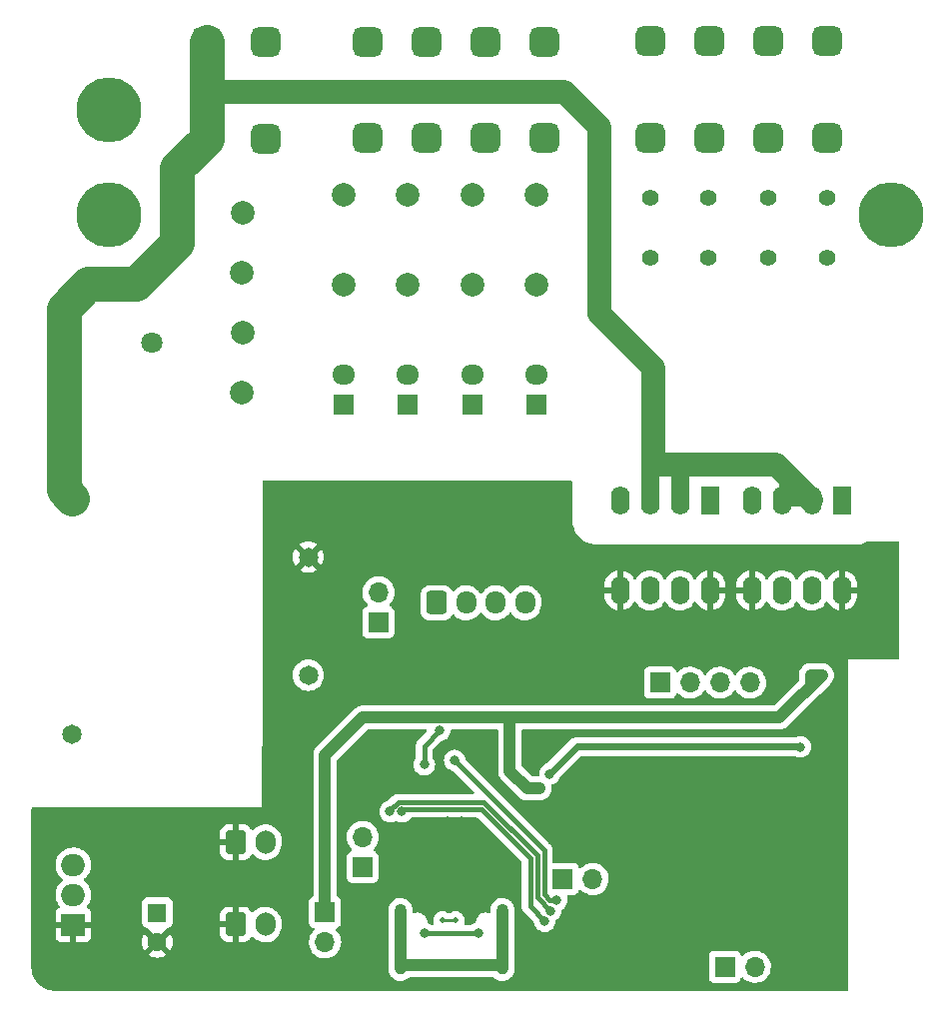
<source format=gbl>
G04 #@! TF.GenerationSoftware,KiCad,Pcbnew,(6.0.4)*
G04 #@! TF.CreationDate,2022-03-20T23:44:11+01:00*
G04 #@! TF.ProjectId,hamodule,68616d6f-6475-46c6-952e-6b696361645f,rev?*
G04 #@! TF.SameCoordinates,Original*
G04 #@! TF.FileFunction,Copper,L2,Bot*
G04 #@! TF.FilePolarity,Positive*
%FSLAX46Y46*%
G04 Gerber Fmt 4.6, Leading zero omitted, Abs format (unit mm)*
G04 Created by KiCad (PCBNEW (6.0.4)) date 2022-03-20 23:44:11*
%MOMM*%
%LPD*%
G01*
G04 APERTURE LIST*
G04 Aperture macros list*
%AMRoundRect*
0 Rectangle with rounded corners*
0 $1 Rounding radius*
0 $2 $3 $4 $5 $6 $7 $8 $9 X,Y pos of 4 corners*
0 Add a 4 corners polygon primitive as box body*
4,1,4,$2,$3,$4,$5,$6,$7,$8,$9,$2,$3,0*
0 Add four circle primitives for the rounded corners*
1,1,$1+$1,$2,$3*
1,1,$1+$1,$4,$5*
1,1,$1+$1,$6,$7*
1,1,$1+$1,$8,$9*
0 Add four rect primitives between the rounded corners*
20,1,$1+$1,$2,$3,$4,$5,0*
20,1,$1+$1,$4,$5,$6,$7,0*
20,1,$1+$1,$6,$7,$8,$9,0*
20,1,$1+$1,$8,$9,$2,$3,0*%
G04 Aperture macros list end*
G04 #@! TA.AperFunction,ComponentPad*
%ADD10R,1.700000X1.700000*%
G04 #@! TD*
G04 #@! TA.AperFunction,ComponentPad*
%ADD11O,1.700000X1.700000*%
G04 #@! TD*
G04 #@! TA.AperFunction,ComponentPad*
%ADD12C,1.800000*%
G04 #@! TD*
G04 #@! TA.AperFunction,ComponentPad*
%ADD13RoundRect,0.250000X-0.600000X-0.750000X0.600000X-0.750000X0.600000X0.750000X-0.600000X0.750000X0*%
G04 #@! TD*
G04 #@! TA.AperFunction,ComponentPad*
%ADD14O,1.700000X2.000000*%
G04 #@! TD*
G04 #@! TA.AperFunction,ComponentPad*
%ADD15RoundRect,0.250000X-0.600000X-0.725000X0.600000X-0.725000X0.600000X0.725000X-0.600000X0.725000X0*%
G04 #@! TD*
G04 #@! TA.AperFunction,ComponentPad*
%ADD16O,1.700000X1.950000*%
G04 #@! TD*
G04 #@! TA.AperFunction,ComponentPad*
%ADD17R,1.650000X1.650000*%
G04 #@! TD*
G04 #@! TA.AperFunction,ComponentPad*
%ADD18C,1.650000*%
G04 #@! TD*
G04 #@! TA.AperFunction,ComponentPad*
%ADD19R,2.000000X1.905000*%
G04 #@! TD*
G04 #@! TA.AperFunction,ComponentPad*
%ADD20O,2.000000X1.905000*%
G04 #@! TD*
G04 #@! TA.AperFunction,ComponentPad*
%ADD21C,2.000000*%
G04 #@! TD*
G04 #@! TA.AperFunction,ComponentPad*
%ADD22O,1.950000X1.700000*%
G04 #@! TD*
G04 #@! TA.AperFunction,ComponentPad*
%ADD23RoundRect,0.625000X0.625000X0.625000X-0.625000X0.625000X-0.625000X-0.625000X0.625000X-0.625000X0*%
G04 #@! TD*
G04 #@! TA.AperFunction,ComponentPad*
%ADD24C,5.500000*%
G04 #@! TD*
G04 #@! TA.AperFunction,ComponentPad*
%ADD25R,1.600000X2.400000*%
G04 #@! TD*
G04 #@! TA.AperFunction,ComponentPad*
%ADD26O,1.600000X2.400000*%
G04 #@! TD*
G04 #@! TA.AperFunction,ComponentPad*
%ADD27C,1.408000*%
G04 #@! TD*
G04 #@! TA.AperFunction,ComponentPad*
%ADD28O,1.000000X2.100000*%
G04 #@! TD*
G04 #@! TA.AperFunction,ComponentPad*
%ADD29O,1.000000X1.600000*%
G04 #@! TD*
G04 #@! TA.AperFunction,ComponentPad*
%ADD30R,1.600000X1.600000*%
G04 #@! TD*
G04 #@! TA.AperFunction,ComponentPad*
%ADD31C,1.600000*%
G04 #@! TD*
G04 #@! TA.AperFunction,SMDPad,CuDef*
%ADD32C,2.000000*%
G04 #@! TD*
G04 #@! TA.AperFunction,ViaPad*
%ADD33C,0.800000*%
G04 #@! TD*
G04 #@! TA.AperFunction,ViaPad*
%ADD34C,0.500000*%
G04 #@! TD*
G04 #@! TA.AperFunction,Conductor*
%ADD35C,1.000000*%
G04 #@! TD*
G04 #@! TA.AperFunction,Conductor*
%ADD36C,3.000000*%
G04 #@! TD*
G04 #@! TA.AperFunction,Conductor*
%ADD37C,2.000000*%
G04 #@! TD*
G04 #@! TA.AperFunction,Conductor*
%ADD38C,0.600000*%
G04 #@! TD*
G04 #@! TA.AperFunction,Conductor*
%ADD39C,0.250000*%
G04 #@! TD*
G04 #@! TA.AperFunction,Conductor*
%ADD40C,0.400000*%
G04 #@! TD*
G04 #@! TA.AperFunction,Conductor*
%ADD41C,1.500000*%
G04 #@! TD*
G04 APERTURE END LIST*
G36*
X179371500Y-106711500D02*
G01*
X177371500Y-106711500D01*
X177371500Y-102711500D01*
X179371500Y-102711500D01*
X179371500Y-106711500D01*
G37*
D10*
X150558500Y-144538700D03*
D11*
X150558500Y-147078700D03*
D12*
X128386500Y-94623500D03*
X135886500Y-96256830D03*
D13*
X143009300Y-138603500D03*
D14*
X145509300Y-138603500D03*
D10*
X155080500Y-119965500D03*
D11*
X155080500Y-117425500D03*
D15*
X160026500Y-118314500D03*
D16*
X162526500Y-118314500D03*
X165026500Y-118314500D03*
X167526500Y-118314500D03*
D17*
X129136100Y-109443500D03*
D18*
X129136100Y-129443500D03*
X149136100Y-124443500D03*
X149136100Y-114443500D03*
D19*
X129222500Y-145605500D03*
D20*
X129222500Y-143065500D03*
X129222500Y-140525500D03*
D21*
X152122800Y-83750599D03*
X152122800Y-91370599D03*
D10*
X152122800Y-101530599D03*
D22*
X152122800Y-98990599D03*
D21*
X157520300Y-83731100D03*
X157520300Y-91351100D03*
D10*
X157520300Y-101511100D03*
D22*
X157520300Y-98971100D03*
D21*
X168465500Y-83731100D03*
X168465500Y-91351100D03*
D10*
X168465500Y-101511100D03*
D22*
X168465500Y-98971100D03*
D23*
X169146500Y-78953500D03*
X169146500Y-70753501D03*
X164146500Y-78953500D03*
X164146500Y-70753501D03*
X159146500Y-78953500D03*
X159146500Y-70753501D03*
X154146500Y-78953500D03*
X154146500Y-70753501D03*
X145500100Y-78977099D03*
X145500100Y-70777100D03*
X140500100Y-78977099D03*
X140500100Y-70777100D03*
X193106500Y-78913499D03*
X193106500Y-70713500D03*
X188106500Y-78913499D03*
X188106500Y-70713500D03*
X183106500Y-78913499D03*
X183106500Y-70713500D03*
X178106500Y-78913499D03*
X178106500Y-70713500D03*
D21*
X143546500Y-85283500D03*
X143536500Y-90363500D03*
D24*
X198564500Y-85407500D03*
X132270500Y-85407500D03*
D21*
X163068000Y-83731100D03*
X163068000Y-91351100D03*
D10*
X163068000Y-101511100D03*
D22*
X163068000Y-98971100D03*
D24*
X132256500Y-76503500D03*
D25*
X183172100Y-109639100D03*
D26*
X180632100Y-109639100D03*
X178092100Y-109639100D03*
X175552100Y-109639100D03*
X175552100Y-117259100D03*
X178092100Y-117259100D03*
X180632100Y-117259100D03*
X183172100Y-117259100D03*
D25*
X194348100Y-109639100D03*
D26*
X191808100Y-109639100D03*
X189268100Y-109639100D03*
X186728100Y-109639100D03*
X186728100Y-117259100D03*
X189268100Y-117259100D03*
X191808100Y-117259100D03*
X194348100Y-117259100D03*
D13*
X143009300Y-145580100D03*
D14*
X145509300Y-145580100D03*
D10*
X178955700Y-125082300D03*
D11*
X181495700Y-125082300D03*
X184035700Y-125082300D03*
X186575700Y-125082300D03*
D10*
X184442100Y-149161500D03*
D11*
X186982100Y-149161500D03*
D10*
X153733500Y-140708300D03*
D11*
X153733500Y-138168300D03*
D27*
X183070500Y-89090500D03*
X183070500Y-84010500D03*
X193128900Y-89090500D03*
X193128900Y-84010500D03*
D10*
X170700700Y-141719300D03*
D11*
X173240700Y-141719300D03*
D28*
X165593000Y-144870900D03*
D29*
X165593000Y-149050900D03*
D28*
X156953000Y-144870900D03*
D29*
X156953000Y-149050900D03*
D27*
X188099700Y-89090500D03*
X188099700Y-84010500D03*
D21*
X143546500Y-95413500D03*
X143536500Y-100493500D03*
D30*
X136334500Y-144575521D03*
D31*
X136334500Y-147075521D03*
D27*
X178092100Y-89090500D03*
X178092100Y-84010500D03*
D32*
X178371500Y-102711500D03*
X178371500Y-106711500D03*
D33*
X168719500Y-134048500D03*
X167703500Y-134048500D03*
X191731900Y-124421900D03*
X192671700Y-124432420D03*
X190836500Y-130523500D03*
X169608500Y-132823500D03*
D34*
X160503000Y-145224500D03*
X161607500Y-145224500D03*
D33*
X170192700Y-143497300D03*
X161536500Y-131663500D03*
X160296500Y-129123000D03*
X158966500Y-132033500D03*
X158983000Y-146300784D03*
X163543000Y-146300900D03*
X193846500Y-147643500D03*
X183172100Y-135851900D03*
X184467500Y-139712700D03*
X185407300Y-139712700D03*
X186372500Y-139712700D03*
X188277500Y-139712700D03*
X187337700Y-139712700D03*
X185559700Y-133311900D03*
X189572900Y-136766300D03*
X162116300Y-136856500D03*
X160926500Y-139103900D03*
X188277500Y-132270500D03*
X157356500Y-142843500D03*
X186397900Y-132270500D03*
X184594500Y-133311900D03*
X182181500Y-136740900D03*
X159786500Y-139103900D03*
X182181500Y-135826500D03*
X188201300Y-126403100D03*
X163639500Y-110832900D03*
X155106500Y-150003500D03*
X162106500Y-139173900D03*
X193856500Y-144343500D03*
X189572900Y-135851900D03*
X171912632Y-125487368D03*
X184518300Y-140652500D03*
X186524900Y-133311900D03*
X189572900Y-137731500D03*
X169436500Y-114123500D03*
X171916500Y-126443500D03*
X193078100Y-122085100D03*
X176026500Y-150453500D03*
X183172100Y-138645900D03*
X193865500Y-130644900D03*
X157975300Y-110832900D03*
X170406500Y-114103500D03*
X168338500Y-110832900D03*
X166738300Y-143116300D03*
X182181500Y-137706100D03*
X159796500Y-137999500D03*
X160922500Y-137974100D03*
X160922500Y-136856500D03*
X190563500Y-135826500D03*
X152346500Y-124823500D03*
X190563500Y-137706100D03*
X185483500Y-140652500D03*
X187490100Y-133311900D03*
X188277500Y-140652500D03*
X183172100Y-134886700D03*
X157612099Y-140708899D03*
X171789100Y-135953500D03*
X153856500Y-123153500D03*
X190563500Y-138620500D03*
X176568100Y-123253500D03*
X190563500Y-136740900D03*
X176026500Y-149363500D03*
X183172100Y-136766300D03*
X184518300Y-132270500D03*
X168736500Y-137013500D03*
X156324300Y-142862300D03*
X185483500Y-132270500D03*
X182181500Y-138620500D03*
X171789100Y-134937500D03*
X153826500Y-148833500D03*
X159804900Y-136881900D03*
X182181500Y-134861300D03*
X184213500Y-122999500D03*
X165773100Y-142811500D03*
X164021100Y-141900900D03*
X183172100Y-137731500D03*
X189572900Y-134886700D03*
X189572900Y-138645900D03*
X194602100Y-120103900D03*
X187363100Y-140652500D03*
X158965900Y-110832900D03*
X186397900Y-140652500D03*
X162090900Y-137948700D03*
X193865500Y-131686300D03*
X188404500Y-133311900D03*
X187363100Y-132270500D03*
X190563500Y-134861300D03*
X157083980Y-136013900D03*
X169176700Y-145300700D03*
X169659300Y-144411700D03*
X156066500Y-136005500D03*
D35*
X166226500Y-128143500D02*
X166346500Y-128023500D01*
X191731900Y-124421900D02*
X191731900Y-125372220D01*
X189080620Y-128023500D02*
X190423560Y-126680560D01*
X191731900Y-125372220D02*
X190423560Y-126680560D01*
X150558500Y-131231500D02*
X150558500Y-144538700D01*
X170596500Y-128023500D02*
X189080620Y-128023500D01*
X192671700Y-124432420D02*
X191742420Y-124432420D01*
X167703500Y-134048500D02*
X166226500Y-132571500D01*
X166226500Y-131334500D02*
X166226500Y-128143500D01*
X153766500Y-128023500D02*
X150558500Y-131231500D01*
X191742420Y-124432420D02*
X191731900Y-124421900D01*
X170596500Y-128023500D02*
X166346500Y-128023500D01*
X166226500Y-132571500D02*
X166226500Y-131334500D01*
X192671700Y-124432420D02*
X191731900Y-125372220D01*
X167703500Y-134048500D02*
X168719500Y-134048500D01*
X166346500Y-128023500D02*
X153766500Y-128023500D01*
D36*
X140500100Y-70777100D02*
X140500100Y-75018900D01*
X128386500Y-94623500D02*
X128386500Y-103303500D01*
X130469915Y-91267293D02*
X128386500Y-93350708D01*
X138020011Y-81457188D02*
X138020011Y-87789027D01*
D37*
X173824900Y-93814900D02*
X173824900Y-77963162D01*
D36*
X128386500Y-93350708D02*
X128386500Y-94623500D01*
D37*
X178371500Y-102711500D02*
X178371500Y-98361500D01*
X178371500Y-98361500D02*
X173824900Y-93814900D01*
D36*
X140500100Y-75018900D02*
X140500100Y-78977099D01*
X128386500Y-103303500D02*
X128386500Y-108693900D01*
X138020011Y-87789027D02*
X134541745Y-91267293D01*
D37*
X170880638Y-75018900D02*
X140500100Y-75018900D01*
D36*
X134541745Y-91267293D02*
X130469915Y-91267293D01*
D37*
X173824900Y-77963162D02*
X170880638Y-75018900D01*
D36*
X128386500Y-108693900D02*
X129136100Y-109443500D01*
X140500100Y-78977099D02*
X138020011Y-81457188D01*
D38*
X169614300Y-132823500D02*
X171927680Y-130510120D01*
X171927680Y-130510120D02*
X173781880Y-130510120D01*
X173781880Y-130510120D02*
X190797430Y-130510120D01*
X169608500Y-132823500D02*
X169614300Y-132823500D01*
D39*
X160503000Y-145224500D02*
X161607500Y-145224500D01*
D40*
X161536500Y-131663500D02*
X169125900Y-139252900D01*
X169583100Y-143497300D02*
X170192700Y-143497300D01*
X169125900Y-143040100D02*
X169583100Y-143497300D01*
X169125900Y-139252900D02*
X169125900Y-143040100D01*
X158966500Y-130453000D02*
X160296500Y-129123000D01*
X158966500Y-132033500D02*
X158966500Y-130453000D01*
X158983000Y-146300784D02*
X163542884Y-146300784D01*
X163542884Y-146300784D02*
X163543000Y-146300900D01*
X163774375Y-135818625D02*
X167926860Y-139971110D01*
X157083980Y-136013900D02*
X157279255Y-135818625D01*
X167926860Y-139971110D02*
X167926860Y-144050860D01*
X167926860Y-144050860D02*
X169176700Y-145300700D01*
X157279255Y-135818625D02*
X163774375Y-135818625D01*
D35*
X156953000Y-144870900D02*
X156953000Y-149050900D01*
X156953000Y-149050900D02*
X165593000Y-149050900D01*
X165593000Y-149050900D02*
X165593000Y-144870900D01*
D40*
X169598850Y-144360900D02*
X169710100Y-144360900D01*
X156066500Y-136005500D02*
X156066500Y-135900700D01*
X156752811Y-135214389D02*
X164017989Y-135214389D01*
X164017989Y-135214389D02*
X168526380Y-139722780D01*
X168526380Y-143288430D02*
X169649650Y-144411700D01*
X169649650Y-144411700D02*
X169659300Y-144411700D01*
X168526380Y-139722780D02*
X168526380Y-143288430D01*
X156066500Y-135900700D02*
X156752811Y-135214389D01*
D41*
X180632100Y-109639100D02*
X180632100Y-106718100D01*
D37*
X188808589Y-106639589D02*
X191748589Y-109579589D01*
D38*
X189268100Y-109639100D02*
X189268100Y-107099100D01*
D37*
X180553589Y-106639589D02*
X178340411Y-106639589D01*
D41*
X178092100Y-109639100D02*
X178092100Y-106887900D01*
D37*
X191748589Y-109579589D02*
X191748589Y-109639100D01*
D41*
X178092100Y-106887900D02*
X178340411Y-106639589D01*
D37*
X188808589Y-106639589D02*
X180553589Y-106639589D01*
D35*
X189268100Y-109639100D02*
X191808100Y-109639100D01*
D38*
X189268100Y-107099100D02*
X188808589Y-106639589D01*
D41*
X180632100Y-106718100D02*
X180553589Y-106639589D01*
G04 #@! TA.AperFunction,Conductor*
G36*
X170369117Y-107946420D02*
G01*
X171387075Y-107947028D01*
X171455184Y-107967071D01*
X171501645Y-108020754D01*
X171513000Y-108073028D01*
X171513000Y-111215333D01*
X171511500Y-111234718D01*
X171509190Y-111249551D01*
X171509190Y-111249555D01*
X171507809Y-111258424D01*
X171508630Y-111264700D01*
X171508475Y-111264700D01*
X171508922Y-111271521D01*
X171508922Y-111271525D01*
X171510317Y-111292807D01*
X171526554Y-111540531D01*
X171527358Y-111544571D01*
X171527358Y-111544574D01*
X171543860Y-111627533D01*
X171580481Y-111811643D01*
X171581807Y-111815549D01*
X171581808Y-111815553D01*
X171655428Y-112032429D01*
X171669335Y-112073396D01*
X171791593Y-112321313D01*
X171945166Y-112551150D01*
X172127424Y-112758976D01*
X172335250Y-112941234D01*
X172565088Y-113094807D01*
X172568787Y-113096631D01*
X172568792Y-113096634D01*
X172792683Y-113207044D01*
X172813004Y-113217065D01*
X172816902Y-113218388D01*
X172816904Y-113218389D01*
X173070847Y-113304592D01*
X173070851Y-113304593D01*
X173074757Y-113305919D01*
X173078801Y-113306723D01*
X173078807Y-113306725D01*
X173341826Y-113359042D01*
X173341829Y-113359042D01*
X173345869Y-113359846D01*
X173349980Y-113360115D01*
X173349984Y-113360116D01*
X173589406Y-113375809D01*
X173602061Y-113377284D01*
X173602562Y-113377368D01*
X173609148Y-113378476D01*
X173615526Y-113378554D01*
X173616840Y-113378570D01*
X173616843Y-113378570D01*
X173621700Y-113378629D01*
X173649324Y-113374673D01*
X173667186Y-113373400D01*
X195666450Y-113373400D01*
X195687355Y-113375146D01*
X195702356Y-113377670D01*
X195702359Y-113377670D01*
X195707148Y-113378476D01*
X195713424Y-113378552D01*
X195714841Y-113378570D01*
X195714844Y-113378570D01*
X195719700Y-113378629D01*
X195727001Y-113377583D01*
X195729092Y-113377284D01*
X195735974Y-113376490D01*
X195779351Y-113372695D01*
X195925667Y-113359894D01*
X195930981Y-113358470D01*
X195930982Y-113358470D01*
X196120065Y-113307806D01*
X196120067Y-113307805D01*
X196125375Y-113306383D01*
X196130357Y-113304060D01*
X196307770Y-113221331D01*
X196307775Y-113221328D01*
X196312757Y-113219005D01*
X196475381Y-113105134D01*
X196547593Y-113082347D01*
X199063230Y-113081176D01*
X199131360Y-113101146D01*
X199177878Y-113154780D01*
X199189289Y-113207044D01*
X199195904Y-119633634D01*
X199199370Y-123000370D01*
X199179438Y-123068512D01*
X199125830Y-123115060D01*
X199073370Y-123126500D01*
X194881500Y-123126500D01*
X194881500Y-151067317D01*
X194861498Y-151135438D01*
X194807842Y-151181931D01*
X194755506Y-151193317D01*
X161839100Y-151195000D01*
X127748118Y-151195000D01*
X127728635Y-151193485D01*
X127714044Y-151191201D01*
X127714042Y-151191201D01*
X127705180Y-151189814D01*
X127689176Y-151191894D01*
X127688890Y-151191931D01*
X127664317Y-151192706D01*
X127441857Y-151177957D01*
X127425526Y-151175795D01*
X127181001Y-151126981D01*
X127165092Y-151122707D01*
X126929019Y-151042408D01*
X126913813Y-151036100D01*
X126690226Y-150925683D01*
X126675966Y-150917440D01*
X126468703Y-150778804D01*
X126455638Y-150768770D01*
X126268224Y-150604270D01*
X126256598Y-150592634D01*
X126092250Y-150405094D01*
X126082227Y-150392024D01*
X126043931Y-150334673D01*
X125943751Y-150184647D01*
X125935521Y-150170383D01*
X125911585Y-150121816D01*
X125825288Y-149946722D01*
X125818987Y-149931502D01*
X125738872Y-149695365D01*
X125734611Y-149679453D01*
X125711179Y-149561594D01*
X125685987Y-149434882D01*
X125683839Y-149418555D01*
X125683356Y-149411173D01*
X125669974Y-149206906D01*
X125671149Y-149183727D01*
X125670833Y-149183699D01*
X125671267Y-149178859D01*
X125672076Y-149174052D01*
X125672229Y-149161500D01*
X125668273Y-149133876D01*
X125667000Y-149116014D01*
X125667000Y-149043825D01*
X155939645Y-149043825D01*
X155940204Y-149049965D01*
X155943981Y-149091470D01*
X155944500Y-149102890D01*
X155944500Y-149400669D01*
X155944800Y-149403725D01*
X155944800Y-149403732D01*
X155950537Y-149462240D01*
X155958920Y-149547733D01*
X156016084Y-149737069D01*
X156108934Y-149911696D01*
X156137501Y-149946722D01*
X156230040Y-150060187D01*
X156230043Y-150060190D01*
X156233935Y-150064962D01*
X156238682Y-150068889D01*
X156238684Y-150068891D01*
X156381575Y-150187101D01*
X156381579Y-150187103D01*
X156386325Y-150191030D01*
X156560299Y-150285098D01*
X156749232Y-150343582D01*
X156755357Y-150344226D01*
X156755358Y-150344226D01*
X156939796Y-150363611D01*
X156939798Y-150363611D01*
X156945925Y-150364255D01*
X157028424Y-150356747D01*
X157136749Y-150346889D01*
X157136752Y-150346888D01*
X157142888Y-150346330D01*
X157148794Y-150344592D01*
X157148798Y-150344591D01*
X157253924Y-150313651D01*
X157332619Y-150290490D01*
X157338077Y-150287637D01*
X157338081Y-150287635D01*
X157428853Y-150240180D01*
X157507890Y-150198860D01*
X157646764Y-150087202D01*
X157712384Y-150060107D01*
X157725714Y-150059400D01*
X164821849Y-150059400D01*
X164889970Y-150079402D01*
X164902164Y-150088315D01*
X165021575Y-150187101D01*
X165021579Y-150187103D01*
X165026325Y-150191030D01*
X165200299Y-150285098D01*
X165389232Y-150343582D01*
X165395357Y-150344226D01*
X165395358Y-150344226D01*
X165579796Y-150363611D01*
X165579798Y-150363611D01*
X165585925Y-150364255D01*
X165668424Y-150356747D01*
X165776749Y-150346889D01*
X165776752Y-150346888D01*
X165782888Y-150346330D01*
X165788794Y-150344592D01*
X165788798Y-150344591D01*
X165893924Y-150313651D01*
X165972619Y-150290490D01*
X165978077Y-150287637D01*
X165978081Y-150287635D01*
X166068853Y-150240180D01*
X166147890Y-150198860D01*
X166302025Y-150074932D01*
X166314862Y-150059634D01*
X183083600Y-150059634D01*
X183090355Y-150121816D01*
X183141485Y-150258205D01*
X183228839Y-150374761D01*
X183345395Y-150462115D01*
X183481784Y-150513245D01*
X183543966Y-150520000D01*
X185340234Y-150520000D01*
X185402416Y-150513245D01*
X185538805Y-150462115D01*
X185655361Y-150374761D01*
X185742715Y-150258205D01*
X185764899Y-150199029D01*
X185786698Y-150140882D01*
X185829340Y-150084118D01*
X185895902Y-150059418D01*
X185965250Y-150074626D01*
X185999917Y-150102614D01*
X186028350Y-150135438D01*
X186200226Y-150278132D01*
X186393100Y-150390838D01*
X186601792Y-150470530D01*
X186606860Y-150471561D01*
X186606863Y-150471562D01*
X186714117Y-150493383D01*
X186820697Y-150515067D01*
X186825872Y-150515257D01*
X186825874Y-150515257D01*
X187038773Y-150523064D01*
X187038777Y-150523064D01*
X187043937Y-150523253D01*
X187049057Y-150522597D01*
X187049059Y-150522597D01*
X187260388Y-150495525D01*
X187260389Y-150495525D01*
X187265516Y-150494868D01*
X187270466Y-150493383D01*
X187474529Y-150432161D01*
X187474534Y-150432159D01*
X187479484Y-150430674D01*
X187680094Y-150332396D01*
X187861960Y-150202673D01*
X187865787Y-150198860D01*
X187980930Y-150084118D01*
X188020196Y-150044989D01*
X188150553Y-149863577D01*
X188249530Y-149663311D01*
X188314470Y-149449569D01*
X188343629Y-149228090D01*
X188344714Y-149183699D01*
X188345174Y-149164865D01*
X188345174Y-149164861D01*
X188345256Y-149161500D01*
X188326952Y-148938861D01*
X188272531Y-148722202D01*
X188183454Y-148517340D01*
X188127750Y-148431234D01*
X188064922Y-148334117D01*
X188064920Y-148334114D01*
X188062114Y-148329777D01*
X187911770Y-148164551D01*
X187907719Y-148161352D01*
X187907715Y-148161348D01*
X187740514Y-148029300D01*
X187740510Y-148029298D01*
X187736459Y-148026098D01*
X187729757Y-148022398D01*
X187627296Y-147965837D01*
X187540889Y-147918138D01*
X187536020Y-147916414D01*
X187536016Y-147916412D01*
X187335187Y-147845295D01*
X187335183Y-147845294D01*
X187330312Y-147843569D01*
X187325219Y-147842662D01*
X187325216Y-147842661D01*
X187115473Y-147805300D01*
X187115467Y-147805299D01*
X187110384Y-147804394D01*
X187036552Y-147803492D01*
X186892181Y-147801728D01*
X186892179Y-147801728D01*
X186887011Y-147801665D01*
X186666191Y-147835455D01*
X186453856Y-147904857D01*
X186255707Y-148008007D01*
X186251574Y-148011110D01*
X186251571Y-148011112D01*
X186106715Y-148119873D01*
X186077065Y-148142135D01*
X186012736Y-148209452D01*
X185996383Y-148226564D01*
X185934859Y-148261994D01*
X185863946Y-148258537D01*
X185806160Y-148217291D01*
X185787307Y-148183743D01*
X185745867Y-148073203D01*
X185742715Y-148064795D01*
X185655361Y-147948239D01*
X185538805Y-147860885D01*
X185402416Y-147809755D01*
X185340234Y-147803000D01*
X183543966Y-147803000D01*
X183481784Y-147809755D01*
X183345395Y-147860885D01*
X183228839Y-147948239D01*
X183141485Y-148064795D01*
X183090355Y-148201184D01*
X183083600Y-148263366D01*
X183083600Y-150059634D01*
X166314862Y-150059634D01*
X166429154Y-149923426D01*
X166432121Y-149918028D01*
X166432125Y-149918023D01*
X166521467Y-149755508D01*
X166524433Y-149750113D01*
X166526846Y-149742508D01*
X166582373Y-149567464D01*
X166582373Y-149567463D01*
X166584235Y-149561594D01*
X166601500Y-149407673D01*
X166601500Y-149110773D01*
X166602190Y-149097603D01*
X166605711Y-149064104D01*
X166605711Y-149064102D01*
X166606355Y-149057975D01*
X166602019Y-149010330D01*
X166601500Y-148998910D01*
X166601500Y-144271131D01*
X166600814Y-144264127D01*
X166591276Y-144166860D01*
X166587080Y-144124067D01*
X166578513Y-144095690D01*
X166554691Y-144016789D01*
X166529916Y-143934731D01*
X166437066Y-143760104D01*
X166364373Y-143670974D01*
X166315960Y-143611613D01*
X166315957Y-143611610D01*
X166312065Y-143606838D01*
X166305724Y-143601592D01*
X166164425Y-143484699D01*
X166164421Y-143484697D01*
X166159675Y-143480770D01*
X165985701Y-143386702D01*
X165796768Y-143328218D01*
X165790643Y-143327574D01*
X165790642Y-143327574D01*
X165606204Y-143308189D01*
X165606202Y-143308189D01*
X165600075Y-143307545D01*
X165529861Y-143313935D01*
X165409251Y-143324911D01*
X165409248Y-143324912D01*
X165403112Y-143325470D01*
X165397206Y-143327208D01*
X165397202Y-143327209D01*
X165292076Y-143358149D01*
X165213381Y-143381310D01*
X165207923Y-143384163D01*
X165207919Y-143384165D01*
X165164472Y-143406879D01*
X165038110Y-143472940D01*
X164883975Y-143596868D01*
X164756846Y-143748374D01*
X164753879Y-143753772D01*
X164753875Y-143753777D01*
X164750397Y-143760104D01*
X164661567Y-143921687D01*
X164659706Y-143927554D01*
X164659705Y-143927556D01*
X164611992Y-144077965D01*
X164601765Y-144110206D01*
X164584500Y-144264127D01*
X164584500Y-144483762D01*
X164564498Y-144551883D01*
X164510842Y-144598376D01*
X164440568Y-144608480D01*
X164431014Y-144606728D01*
X164312370Y-144580208D01*
X164256457Y-144567710D01*
X164250912Y-144567400D01*
X164117756Y-144567400D01*
X163982963Y-144582043D01*
X163864810Y-144621806D01*
X163817796Y-144637628D01*
X163817794Y-144637629D01*
X163811325Y-144639806D01*
X163656095Y-144733077D01*
X163651138Y-144737765D01*
X163651135Y-144737767D01*
X163596329Y-144789595D01*
X163524515Y-144857507D01*
X163520683Y-144863145D01*
X163520680Y-144863149D01*
X163462578Y-144948644D01*
X163422723Y-145007288D01*
X163355470Y-145175434D01*
X163328217Y-145340053D01*
X163297359Y-145403990D01*
X163255158Y-145434579D01*
X163092281Y-145507095D01*
X163092274Y-145507099D01*
X163086248Y-145509782D01*
X163080907Y-145513662D01*
X163080906Y-145513663D01*
X163005815Y-145568220D01*
X162938947Y-145592079D01*
X162931754Y-145592284D01*
X162461866Y-145592284D01*
X162393745Y-145572282D01*
X162347252Y-145518626D01*
X162337148Y-145448352D01*
X162344079Y-145421537D01*
X162344317Y-145420911D01*
X162346819Y-145414325D01*
X162370501Y-145245813D01*
X162370618Y-145237464D01*
X162370744Y-145228461D01*
X162370744Y-145228455D01*
X162370799Y-145224500D01*
X162351831Y-145055392D01*
X162295868Y-144894689D01*
X162289883Y-144885110D01*
X162226048Y-144782955D01*
X162205692Y-144750379D01*
X162085786Y-144629632D01*
X162069539Y-144619321D01*
X162010798Y-144582043D01*
X161942108Y-144538451D01*
X161781800Y-144481368D01*
X161612829Y-144461220D01*
X161605826Y-144461956D01*
X161605825Y-144461956D01*
X161450601Y-144478270D01*
X161450597Y-144478271D01*
X161443593Y-144479007D01*
X161282503Y-144533846D01*
X161219968Y-144572318D01*
X161153948Y-144591000D01*
X160957018Y-144591000D01*
X160889506Y-144571387D01*
X160837608Y-144538451D01*
X160677300Y-144481368D01*
X160508329Y-144461220D01*
X160501326Y-144461956D01*
X160501325Y-144461956D01*
X160346101Y-144478270D01*
X160346097Y-144478271D01*
X160339093Y-144479007D01*
X160332422Y-144481278D01*
X160184673Y-144531575D01*
X160184670Y-144531576D01*
X160178003Y-144533846D01*
X160172005Y-144537536D01*
X160172003Y-144537537D01*
X160039065Y-144619321D01*
X160039063Y-144619323D01*
X160033066Y-144623012D01*
X159911486Y-144742073D01*
X159907675Y-144747987D01*
X159907673Y-144747989D01*
X159874826Y-144798957D01*
X159819304Y-144885110D01*
X159761103Y-145045016D01*
X159739775Y-145213843D01*
X159756381Y-145383199D01*
X159769322Y-145422101D01*
X159770790Y-145426513D01*
X159773312Y-145497465D01*
X159737074Y-145558517D01*
X159673582Y-145590286D01*
X159651231Y-145592284D01*
X159594405Y-145592284D01*
X159526284Y-145572282D01*
X159520344Y-145568220D01*
X159445094Y-145513547D01*
X159445093Y-145513546D01*
X159439752Y-145509666D01*
X159433726Y-145506983D01*
X159433719Y-145506979D01*
X159288723Y-145442424D01*
X159234627Y-145396444D01*
X159214144Y-145333911D01*
X159214117Y-145333385D01*
X159210630Y-145266853D01*
X159203748Y-145241866D01*
X159164352Y-145098841D01*
X159162539Y-145092259D01*
X159078078Y-144932064D01*
X159073673Y-144926851D01*
X159073670Y-144926847D01*
X158965594Y-144798957D01*
X158965590Y-144798953D01*
X158961187Y-144793743D01*
X158947077Y-144782955D01*
X158822743Y-144687894D01*
X158822739Y-144687891D01*
X158817322Y-144683750D01*
X158711982Y-144634629D01*
X158659369Y-144610095D01*
X158659366Y-144610094D01*
X158653192Y-144607215D01*
X158646544Y-144605729D01*
X158646541Y-144605728D01*
X158519184Y-144577261D01*
X158476457Y-144567710D01*
X158470912Y-144567400D01*
X158337756Y-144567400D01*
X158202963Y-144582043D01*
X158127688Y-144607376D01*
X158056747Y-144610146D01*
X157995568Y-144574123D01*
X157963577Y-144510742D01*
X157961500Y-144487957D01*
X157961500Y-144271131D01*
X157960814Y-144264127D01*
X157951276Y-144166860D01*
X157947080Y-144124067D01*
X157938513Y-144095690D01*
X157914691Y-144016789D01*
X157889916Y-143934731D01*
X157797066Y-143760104D01*
X157724373Y-143670974D01*
X157675960Y-143611613D01*
X157675957Y-143611610D01*
X157672065Y-143606838D01*
X157665724Y-143601592D01*
X157524425Y-143484699D01*
X157524421Y-143484697D01*
X157519675Y-143480770D01*
X157345701Y-143386702D01*
X157156768Y-143328218D01*
X157150643Y-143327574D01*
X157150642Y-143327574D01*
X156966204Y-143308189D01*
X156966202Y-143308189D01*
X156960075Y-143307545D01*
X156889861Y-143313935D01*
X156769251Y-143324911D01*
X156769248Y-143324912D01*
X156763112Y-143325470D01*
X156757206Y-143327208D01*
X156757202Y-143327209D01*
X156652076Y-143358149D01*
X156573381Y-143381310D01*
X156567923Y-143384163D01*
X156567919Y-143384165D01*
X156524472Y-143406879D01*
X156398110Y-143472940D01*
X156243975Y-143596868D01*
X156116846Y-143748374D01*
X156113879Y-143753772D01*
X156113875Y-143753777D01*
X156110397Y-143760104D01*
X156021567Y-143921687D01*
X156019706Y-143927554D01*
X156019705Y-143927556D01*
X155971992Y-144077965D01*
X155961765Y-144110206D01*
X155944500Y-144264127D01*
X155944500Y-148991027D01*
X155943810Y-149004197D01*
X155939645Y-149043825D01*
X125667000Y-149043825D01*
X125667000Y-148161583D01*
X135612993Y-148161583D01*
X135622289Y-148173598D01*
X135673494Y-148209452D01*
X135682989Y-148214935D01*
X135880447Y-148307011D01*
X135890739Y-148310757D01*
X136101188Y-148367146D01*
X136111981Y-148369049D01*
X136329025Y-148388038D01*
X136339975Y-148388038D01*
X136557019Y-148369049D01*
X136567812Y-148367146D01*
X136778261Y-148310757D01*
X136788553Y-148307011D01*
X136986011Y-148214935D01*
X136995506Y-148209452D01*
X137047548Y-148173012D01*
X137055924Y-148162533D01*
X137048856Y-148149087D01*
X136347312Y-147447543D01*
X136333368Y-147439929D01*
X136331535Y-147440060D01*
X136324920Y-147444311D01*
X135619423Y-148149808D01*
X135612993Y-148161583D01*
X125667000Y-148161583D01*
X125667000Y-147080996D01*
X135021983Y-147080996D01*
X135040972Y-147298040D01*
X135042875Y-147308833D01*
X135099264Y-147519282D01*
X135103010Y-147529574D01*
X135195086Y-147727032D01*
X135200569Y-147736527D01*
X135237009Y-147788569D01*
X135247488Y-147796945D01*
X135260934Y-147789877D01*
X135962478Y-147088333D01*
X135968856Y-147076653D01*
X136698908Y-147076653D01*
X136699039Y-147078486D01*
X136703290Y-147085101D01*
X137408787Y-147790598D01*
X137420562Y-147797028D01*
X137432577Y-147787732D01*
X137468431Y-147736527D01*
X137473914Y-147727032D01*
X137565990Y-147529574D01*
X137569736Y-147519282D01*
X137626125Y-147308833D01*
X137628028Y-147298040D01*
X137647017Y-147080996D01*
X137647017Y-147070046D01*
X137628028Y-146853002D01*
X137626125Y-146842209D01*
X137569736Y-146631760D01*
X137565990Y-146621468D01*
X137473914Y-146424010D01*
X137468431Y-146414515D01*
X137442299Y-146377195D01*
X141651301Y-146377195D01*
X141651638Y-146383714D01*
X141661557Y-146479306D01*
X141664449Y-146492700D01*
X141715888Y-146646884D01*
X141722061Y-146660062D01*
X141807363Y-146797907D01*
X141816399Y-146809308D01*
X141931129Y-146923839D01*
X141942540Y-146932851D01*
X142080543Y-147017916D01*
X142093724Y-147024063D01*
X142248010Y-147075238D01*
X142261386Y-147078105D01*
X142355738Y-147087772D01*
X142362154Y-147088100D01*
X142737185Y-147088100D01*
X142752424Y-147083625D01*
X142753629Y-147082235D01*
X142755300Y-147074552D01*
X142755300Y-147069984D01*
X143263300Y-147069984D01*
X143267775Y-147085223D01*
X143269165Y-147086428D01*
X143276848Y-147088099D01*
X143656395Y-147088099D01*
X143662914Y-147087762D01*
X143758506Y-147077843D01*
X143771900Y-147074951D01*
X143926084Y-147023512D01*
X143939262Y-147017339D01*
X144077107Y-146932037D01*
X144088508Y-146923001D01*
X144203039Y-146808271D01*
X144212053Y-146796857D01*
X144298023Y-146657387D01*
X144350795Y-146609893D01*
X144420866Y-146598469D01*
X144485990Y-146626743D01*
X144496449Y-146636526D01*
X144605876Y-146751235D01*
X144790842Y-146888854D01*
X144795593Y-146891270D01*
X144795597Y-146891272D01*
X144858004Y-146923001D01*
X144996351Y-146993340D01*
X145001445Y-146994922D01*
X145001448Y-146994923D01*
X145147463Y-147040262D01*
X145216527Y-147061707D01*
X145221816Y-147062408D01*
X145439789Y-147091298D01*
X145439794Y-147091298D01*
X145445074Y-147091998D01*
X145450403Y-147091798D01*
X145450405Y-147091798D01*
X145560266Y-147087673D01*
X145675458Y-147083349D01*
X145680768Y-147082235D01*
X145844485Y-147047884D01*
X145856348Y-147045395D01*
X149195751Y-147045395D01*
X149196048Y-147050548D01*
X149196048Y-147050551D01*
X149201511Y-147145290D01*
X149208610Y-147268415D01*
X149209747Y-147273461D01*
X149209748Y-147273467D01*
X149229619Y-147361639D01*
X149257722Y-147486339D01*
X149341766Y-147693316D01*
X149344465Y-147697720D01*
X149447753Y-147866271D01*
X149458487Y-147883788D01*
X149604750Y-148052638D01*
X149776626Y-148195332D01*
X149969500Y-148308038D01*
X150178192Y-148387730D01*
X150183260Y-148388761D01*
X150183263Y-148388762D01*
X150290517Y-148410583D01*
X150397097Y-148432267D01*
X150402272Y-148432457D01*
X150402274Y-148432457D01*
X150615173Y-148440264D01*
X150615177Y-148440264D01*
X150620337Y-148440453D01*
X150625457Y-148439797D01*
X150625459Y-148439797D01*
X150836788Y-148412725D01*
X150836789Y-148412725D01*
X150841916Y-148412068D01*
X150846866Y-148410583D01*
X151050929Y-148349361D01*
X151050934Y-148349359D01*
X151055884Y-148347874D01*
X151256494Y-148249596D01*
X151438360Y-148119873D01*
X151596596Y-147962189D01*
X151656094Y-147879389D01*
X151723935Y-147784977D01*
X151726953Y-147780777D01*
X151753516Y-147727032D01*
X151823636Y-147585153D01*
X151823637Y-147585151D01*
X151825930Y-147580511D01*
X151890870Y-147366769D01*
X151920029Y-147145290D01*
X151921331Y-147091998D01*
X151921574Y-147082065D01*
X151921574Y-147082061D01*
X151921656Y-147078700D01*
X151903352Y-146856061D01*
X151848931Y-146639402D01*
X151759854Y-146434540D01*
X151674101Y-146301986D01*
X151641322Y-146251317D01*
X151641320Y-146251314D01*
X151638514Y-146246977D01*
X151635032Y-146243150D01*
X151491298Y-146085188D01*
X151460246Y-146021342D01*
X151468641Y-145950843D01*
X151513817Y-145896075D01*
X151540261Y-145882406D01*
X151646797Y-145842467D01*
X151655205Y-145839315D01*
X151771761Y-145751961D01*
X151859115Y-145635405D01*
X151910245Y-145499016D01*
X151917000Y-145436834D01*
X151917000Y-143640566D01*
X151910245Y-143578384D01*
X151859115Y-143441995D01*
X151771761Y-143325439D01*
X151655205Y-143238085D01*
X151646796Y-143234933D01*
X151638925Y-143230623D01*
X151639836Y-143228959D01*
X151592010Y-143193037D01*
X151567307Y-143126476D01*
X151567000Y-143117691D01*
X151567000Y-138134995D01*
X152370751Y-138134995D01*
X152371048Y-138140148D01*
X152371048Y-138140151D01*
X152376511Y-138234890D01*
X152383610Y-138358015D01*
X152384747Y-138363061D01*
X152384748Y-138363067D01*
X152392682Y-138398270D01*
X152432722Y-138575939D01*
X152470961Y-138670111D01*
X152499123Y-138739465D01*
X152516766Y-138782916D01*
X152633487Y-138973388D01*
X152779750Y-139142238D01*
X152783730Y-139145542D01*
X152788481Y-139149487D01*
X152828116Y-139208390D01*
X152829613Y-139279371D01*
X152792497Y-139339893D01*
X152752225Y-139364412D01*
X152701882Y-139383285D01*
X152636795Y-139407685D01*
X152520239Y-139495039D01*
X152432885Y-139611595D01*
X152381755Y-139747984D01*
X152375000Y-139810166D01*
X152375000Y-141606434D01*
X152381755Y-141668616D01*
X152432885Y-141805005D01*
X152520239Y-141921561D01*
X152636795Y-142008915D01*
X152773184Y-142060045D01*
X152835366Y-142066800D01*
X154631634Y-142066800D01*
X154693816Y-142060045D01*
X154830205Y-142008915D01*
X154946761Y-141921561D01*
X155034115Y-141805005D01*
X155085245Y-141668616D01*
X155092000Y-141606434D01*
X155092000Y-139810166D01*
X155085245Y-139747984D01*
X155034115Y-139611595D01*
X154946761Y-139495039D01*
X154830205Y-139407685D01*
X154817632Y-139402972D01*
X154711703Y-139363260D01*
X154654939Y-139320618D01*
X154630239Y-139254056D01*
X154645447Y-139184708D01*
X154666993Y-139156027D01*
X154719781Y-139103423D01*
X154771596Y-139051789D01*
X154780310Y-139039663D01*
X154893739Y-138881808D01*
X154901953Y-138870377D01*
X154907492Y-138859171D01*
X154998636Y-138674753D01*
X154998637Y-138674751D01*
X155000930Y-138670111D01*
X155065870Y-138456369D01*
X155095029Y-138234890D01*
X155095171Y-138229091D01*
X155096574Y-138171665D01*
X155096574Y-138171661D01*
X155096656Y-138168300D01*
X155078352Y-137945661D01*
X155023931Y-137729002D01*
X154934854Y-137524140D01*
X154837913Y-137374292D01*
X154816322Y-137340917D01*
X154816320Y-137340914D01*
X154813514Y-137336577D01*
X154663170Y-137171351D01*
X154659119Y-137168152D01*
X154659115Y-137168148D01*
X154491914Y-137036100D01*
X154491910Y-137036098D01*
X154487859Y-137032898D01*
X154292289Y-136924938D01*
X154287420Y-136923214D01*
X154287416Y-136923212D01*
X154086587Y-136852095D01*
X154086583Y-136852094D01*
X154081712Y-136850369D01*
X154076619Y-136849462D01*
X154076616Y-136849461D01*
X153866873Y-136812100D01*
X153866867Y-136812099D01*
X153861784Y-136811194D01*
X153787952Y-136810292D01*
X153643581Y-136808528D01*
X153643579Y-136808528D01*
X153638411Y-136808465D01*
X153417591Y-136842255D01*
X153205256Y-136911657D01*
X153007107Y-137014807D01*
X153002974Y-137017910D01*
X153002971Y-137017912D01*
X152862373Y-137123476D01*
X152828465Y-137148935D01*
X152817807Y-137160088D01*
X152689125Y-137294746D01*
X152674129Y-137310438D01*
X152671215Y-137314710D01*
X152671214Y-137314711D01*
X152622079Y-137386740D01*
X152548243Y-137494980D01*
X152454188Y-137697605D01*
X152394489Y-137912870D01*
X152370751Y-138134995D01*
X151567000Y-138134995D01*
X151567000Y-136005500D01*
X155152996Y-136005500D01*
X155172958Y-136195428D01*
X155231973Y-136377056D01*
X155327460Y-136542444D01*
X155331878Y-136547351D01*
X155331879Y-136547352D01*
X155450825Y-136679455D01*
X155455247Y-136684366D01*
X155609748Y-136796618D01*
X155615776Y-136799302D01*
X155615778Y-136799303D01*
X155730475Y-136850369D01*
X155784212Y-136874294D01*
X155877613Y-136894147D01*
X155964556Y-136912628D01*
X155964561Y-136912628D01*
X155971013Y-136914000D01*
X156161987Y-136914000D01*
X156168439Y-136912628D01*
X156168444Y-136912628D01*
X156255387Y-136894147D01*
X156348788Y-136874294D01*
X156354815Y-136871611D01*
X156354823Y-136871608D01*
X156515873Y-136799904D01*
X156586240Y-136790470D01*
X156626847Y-136804741D01*
X156627228Y-136805018D01*
X156633254Y-136807701D01*
X156785907Y-136875666D01*
X156801692Y-136882694D01*
X156895093Y-136902547D01*
X156982036Y-136921028D01*
X156982041Y-136921028D01*
X156988493Y-136922400D01*
X157179467Y-136922400D01*
X157185919Y-136921028D01*
X157185924Y-136921028D01*
X157272867Y-136902547D01*
X157366268Y-136882694D01*
X157372299Y-136880009D01*
X157534702Y-136807703D01*
X157534704Y-136807702D01*
X157540732Y-136805018D01*
X157695233Y-136692766D01*
X157699655Y-136687855D01*
X157806839Y-136568815D01*
X157867285Y-136531575D01*
X157900475Y-136527125D01*
X163428715Y-136527125D01*
X163496836Y-136547127D01*
X163517810Y-136564030D01*
X167181455Y-140227675D01*
X167215481Y-140289987D01*
X167218360Y-140316770D01*
X167218360Y-144021948D01*
X167218068Y-144030518D01*
X167214834Y-144077965D01*
X167214135Y-144088212D01*
X167215440Y-144095689D01*
X167215440Y-144095690D01*
X167225121Y-144151159D01*
X167226083Y-144157681D01*
X167233758Y-144221102D01*
X167236441Y-144228203D01*
X167237082Y-144230812D01*
X167241545Y-144247122D01*
X167242310Y-144249658D01*
X167243617Y-144257144D01*
X167257346Y-144288418D01*
X167269302Y-144315655D01*
X167271793Y-144321759D01*
X167294373Y-144381516D01*
X167298677Y-144387779D01*
X167299914Y-144390145D01*
X167308159Y-144404957D01*
X167309492Y-144407211D01*
X167312545Y-144414165D01*
X167349293Y-144462054D01*
X167351439Y-144464851D01*
X167355319Y-144470192D01*
X167387199Y-144516580D01*
X167387204Y-144516585D01*
X167391503Y-144522841D01*
X167397173Y-144527892D01*
X167397174Y-144527894D01*
X167438030Y-144564295D01*
X167443306Y-144569276D01*
X168242035Y-145368005D01*
X168276061Y-145430317D01*
X168278250Y-145443928D01*
X168283158Y-145490628D01*
X168285198Y-145496905D01*
X168285198Y-145496907D01*
X168292255Y-145518626D01*
X168342173Y-145672256D01*
X168437660Y-145837644D01*
X168442078Y-145842551D01*
X168442079Y-145842552D01*
X168542136Y-145953677D01*
X168565447Y-145979566D01*
X168664543Y-146051564D01*
X168710823Y-146085188D01*
X168719948Y-146091818D01*
X168725976Y-146094502D01*
X168725978Y-146094503D01*
X168888381Y-146166809D01*
X168894412Y-146169494D01*
X168987812Y-146189347D01*
X169074756Y-146207828D01*
X169074761Y-146207828D01*
X169081213Y-146209200D01*
X169272187Y-146209200D01*
X169278639Y-146207828D01*
X169278644Y-146207828D01*
X169365588Y-146189347D01*
X169458988Y-146169494D01*
X169465019Y-146166809D01*
X169627422Y-146094503D01*
X169627424Y-146094502D01*
X169633452Y-146091818D01*
X169642578Y-146085188D01*
X169688857Y-146051564D01*
X169787953Y-145979566D01*
X169811264Y-145953677D01*
X169911321Y-145842552D01*
X169911322Y-145842551D01*
X169915740Y-145837644D01*
X170011227Y-145672256D01*
X170070242Y-145490628D01*
X170074686Y-145448352D01*
X170089514Y-145307265D01*
X170090204Y-145300700D01*
X170089514Y-145294135D01*
X170089514Y-145287530D01*
X170092279Y-145287530D01*
X170102868Y-145229695D01*
X170141333Y-145184450D01*
X170153743Y-145175434D01*
X170187730Y-145150740D01*
X170265209Y-145094449D01*
X170265211Y-145094447D01*
X170270553Y-145090566D01*
X170398340Y-144948644D01*
X170493827Y-144783256D01*
X170552842Y-144601628D01*
X170554901Y-144582043D01*
X170572114Y-144418265D01*
X170572804Y-144411700D01*
X170572114Y-144405135D01*
X170572114Y-144404676D01*
X170592116Y-144336555D01*
X170638871Y-144296435D01*
X170637700Y-144294406D01*
X170643420Y-144291103D01*
X170649452Y-144288418D01*
X170668565Y-144274532D01*
X170721102Y-144236361D01*
X170803953Y-144176166D01*
X170812332Y-144166860D01*
X170927321Y-144039152D01*
X170927322Y-144039151D01*
X170931740Y-144034244D01*
X171020314Y-143880830D01*
X171023923Y-143874579D01*
X171023924Y-143874578D01*
X171027227Y-143868856D01*
X171086242Y-143687228D01*
X171087951Y-143670974D01*
X171105514Y-143503865D01*
X171106204Y-143497300D01*
X171097045Y-143410159D01*
X171086932Y-143313935D01*
X171086932Y-143313933D01*
X171086242Y-143307372D01*
X171065240Y-143242735D01*
X171063212Y-143171769D01*
X171099874Y-143110971D01*
X171163586Y-143079646D01*
X171185073Y-143077800D01*
X171598834Y-143077800D01*
X171661016Y-143071045D01*
X171797405Y-143019915D01*
X171913961Y-142932561D01*
X172001315Y-142816005D01*
X172035148Y-142725756D01*
X172045298Y-142698682D01*
X172087940Y-142641918D01*
X172154502Y-142617218D01*
X172223850Y-142632426D01*
X172258517Y-142660414D01*
X172286950Y-142693238D01*
X172458826Y-142835932D01*
X172651700Y-142948638D01*
X172656525Y-142950480D01*
X172656526Y-142950481D01*
X172689931Y-142963237D01*
X172860392Y-143028330D01*
X172865460Y-143029361D01*
X172865463Y-143029362D01*
X172972717Y-143051183D01*
X173079297Y-143072867D01*
X173084472Y-143073057D01*
X173084474Y-143073057D01*
X173297373Y-143080864D01*
X173297377Y-143080864D01*
X173302537Y-143081053D01*
X173307657Y-143080397D01*
X173307659Y-143080397D01*
X173518988Y-143053325D01*
X173518989Y-143053325D01*
X173524116Y-143052668D01*
X173529066Y-143051183D01*
X173733129Y-142989961D01*
X173733134Y-142989959D01*
X173738084Y-142988474D01*
X173938694Y-142890196D01*
X174120560Y-142760473D01*
X174278796Y-142602789D01*
X174409153Y-142421377D01*
X174478948Y-142280158D01*
X174505836Y-142225753D01*
X174505837Y-142225751D01*
X174508130Y-142221111D01*
X174573070Y-142007369D01*
X174602229Y-141785890D01*
X174602482Y-141775532D01*
X174603774Y-141722665D01*
X174603774Y-141722661D01*
X174603856Y-141719300D01*
X174585552Y-141496661D01*
X174531131Y-141280002D01*
X174442054Y-141075140D01*
X174328741Y-140899985D01*
X174323522Y-140891917D01*
X174323520Y-140891914D01*
X174320714Y-140887577D01*
X174170370Y-140722351D01*
X174166319Y-140719152D01*
X174166315Y-140719148D01*
X173999114Y-140587100D01*
X173999110Y-140587098D01*
X173995059Y-140583898D01*
X173799489Y-140475938D01*
X173794620Y-140474214D01*
X173794616Y-140474212D01*
X173593787Y-140403095D01*
X173593783Y-140403094D01*
X173588912Y-140401369D01*
X173583819Y-140400462D01*
X173583816Y-140400461D01*
X173374073Y-140363100D01*
X173374067Y-140363099D01*
X173368984Y-140362194D01*
X173295152Y-140361292D01*
X173150781Y-140359528D01*
X173150779Y-140359528D01*
X173145611Y-140359465D01*
X172924791Y-140393255D01*
X172712456Y-140462657D01*
X172514307Y-140565807D01*
X172510174Y-140568910D01*
X172510171Y-140568912D01*
X172424978Y-140632877D01*
X172335665Y-140699935D01*
X172279237Y-140758984D01*
X172254983Y-140784364D01*
X172193459Y-140819794D01*
X172122546Y-140816337D01*
X172064760Y-140775091D01*
X172045907Y-140741543D01*
X172004467Y-140631003D01*
X172001315Y-140622595D01*
X171913961Y-140506039D01*
X171797405Y-140418685D01*
X171661016Y-140367555D01*
X171598834Y-140360800D01*
X169960400Y-140360800D01*
X169892279Y-140340798D01*
X169845786Y-140287142D01*
X169834400Y-140234800D01*
X169834400Y-139281812D01*
X169834692Y-139273242D01*
X169838109Y-139223124D01*
X169838109Y-139223120D01*
X169838625Y-139215548D01*
X169827639Y-139152603D01*
X169826677Y-139146082D01*
X169825739Y-139138331D01*
X169819002Y-139082658D01*
X169816316Y-139075550D01*
X169815679Y-139072956D01*
X169811218Y-139056650D01*
X169810448Y-139054099D01*
X169809142Y-139046616D01*
X169783461Y-138988112D01*
X169780969Y-138982005D01*
X169761073Y-138929352D01*
X169761073Y-138929351D01*
X169758387Y-138922244D01*
X169754084Y-138915983D01*
X169752847Y-138913617D01*
X169744620Y-138898837D01*
X169743269Y-138896552D01*
X169740215Y-138889595D01*
X169735595Y-138883575D01*
X169735592Y-138883569D01*
X169701321Y-138838909D01*
X169697441Y-138833568D01*
X169665561Y-138787180D01*
X169665556Y-138787175D01*
X169661257Y-138780919D01*
X169614729Y-138739464D01*
X169609454Y-138734484D01*
X162471165Y-131596195D01*
X162437139Y-131533883D01*
X162434950Y-131520270D01*
X162430732Y-131480137D01*
X162430732Y-131480135D01*
X162430042Y-131473572D01*
X162371027Y-131291944D01*
X162367288Y-131285467D01*
X162306384Y-131179979D01*
X162275540Y-131126556D01*
X162189680Y-131031198D01*
X162152175Y-130989545D01*
X162152174Y-130989544D01*
X162147753Y-130984634D01*
X162024460Y-130895056D01*
X161998594Y-130876263D01*
X161998593Y-130876262D01*
X161993252Y-130872382D01*
X161987224Y-130869698D01*
X161987222Y-130869697D01*
X161824819Y-130797391D01*
X161824818Y-130797391D01*
X161818788Y-130794706D01*
X161725387Y-130774853D01*
X161638444Y-130756372D01*
X161638439Y-130756372D01*
X161631987Y-130755000D01*
X161441013Y-130755000D01*
X161434561Y-130756372D01*
X161434556Y-130756372D01*
X161347613Y-130774853D01*
X161254212Y-130794706D01*
X161248182Y-130797391D01*
X161248181Y-130797391D01*
X161085778Y-130869697D01*
X161085776Y-130869698D01*
X161079748Y-130872382D01*
X161074407Y-130876262D01*
X161074406Y-130876263D01*
X161048540Y-130895056D01*
X160925247Y-130984634D01*
X160920826Y-130989544D01*
X160920825Y-130989545D01*
X160883321Y-131031198D01*
X160797460Y-131126556D01*
X160766616Y-131179979D01*
X160705713Y-131285467D01*
X160701973Y-131291944D01*
X160642958Y-131473572D01*
X160622996Y-131663500D01*
X160642958Y-131853428D01*
X160701973Y-132035056D01*
X160797460Y-132200444D01*
X160801878Y-132205351D01*
X160801879Y-132205352D01*
X160880144Y-132292274D01*
X160925247Y-132342366D01*
X161002882Y-132398771D01*
X161068191Y-132446221D01*
X161079748Y-132454618D01*
X161085776Y-132457302D01*
X161085778Y-132457303D01*
X161087858Y-132458229D01*
X161254212Y-132532294D01*
X161388735Y-132560888D01*
X161407069Y-132564785D01*
X161469967Y-132598937D01*
X163161824Y-134290794D01*
X163195850Y-134353106D01*
X163190785Y-134423921D01*
X163148238Y-134480757D01*
X163081718Y-134505568D01*
X163072729Y-134505889D01*
X156781723Y-134505889D01*
X156773153Y-134505597D01*
X156723035Y-134502180D01*
X156723031Y-134502180D01*
X156715459Y-134501664D01*
X156707982Y-134502969D01*
X156707981Y-134502969D01*
X156693090Y-134505568D01*
X156652514Y-134512650D01*
X156645997Y-134513611D01*
X156582569Y-134521287D01*
X156575461Y-134523973D01*
X156572867Y-134524610D01*
X156556561Y-134529071D01*
X156554010Y-134529841D01*
X156546527Y-134531147D01*
X156539575Y-134534199D01*
X156539574Y-134534199D01*
X156488023Y-134556828D01*
X156481916Y-134559320D01*
X156429263Y-134579216D01*
X156422155Y-134581902D01*
X156415894Y-134586205D01*
X156413528Y-134587442D01*
X156398748Y-134595669D01*
X156396463Y-134597020D01*
X156389506Y-134600074D01*
X156383486Y-134604694D01*
X156383480Y-134604697D01*
X156369826Y-134615175D01*
X156338809Y-134638976D01*
X156333479Y-134642848D01*
X156287091Y-134674728D01*
X156287086Y-134674733D01*
X156280830Y-134679032D01*
X156275779Y-134684702D01*
X156275777Y-134684703D01*
X156239376Y-134725559D01*
X156234395Y-134730835D01*
X155866877Y-135098353D01*
X155803977Y-135132505D01*
X155798918Y-135133580D01*
X155790666Y-135135334D01*
X155790664Y-135135335D01*
X155784212Y-135136706D01*
X155778185Y-135139389D01*
X155778186Y-135139389D01*
X155615778Y-135211697D01*
X155615776Y-135211698D01*
X155609748Y-135214382D01*
X155455247Y-135326634D01*
X155327460Y-135468556D01*
X155231973Y-135633944D01*
X155172958Y-135815572D01*
X155152996Y-136005500D01*
X151567000Y-136005500D01*
X151567000Y-131701425D01*
X151587002Y-131633304D01*
X151603905Y-131612330D01*
X154147329Y-129068905D01*
X154209641Y-129034880D01*
X154236424Y-129032000D01*
X159081340Y-129032000D01*
X159149461Y-129052002D01*
X159195954Y-129105658D01*
X159206058Y-129175932D01*
X159176564Y-129240512D01*
X159170435Y-129247095D01*
X158485980Y-129931550D01*
X158479715Y-129937404D01*
X158436115Y-129975439D01*
X158417043Y-130002576D01*
X158399372Y-130027719D01*
X158395439Y-130033014D01*
X158356024Y-130083282D01*
X158352901Y-130090198D01*
X158351517Y-130092484D01*
X158343143Y-130107165D01*
X158341878Y-130109525D01*
X158337510Y-130115739D01*
X158334750Y-130122818D01*
X158334749Y-130122820D01*
X158314298Y-130175275D01*
X158311747Y-130181344D01*
X158285455Y-130239573D01*
X158284071Y-130247040D01*
X158283270Y-130249595D01*
X158278641Y-130265848D01*
X158277978Y-130268428D01*
X158275218Y-130275509D01*
X158268401Y-130327294D01*
X158266879Y-130338852D01*
X158265848Y-130345359D01*
X158254204Y-130408186D01*
X158254641Y-130415766D01*
X158254641Y-130415767D01*
X158257791Y-130470392D01*
X158258000Y-130477646D01*
X158258000Y-131414756D01*
X158237998Y-131482877D01*
X158233936Y-131488817D01*
X158231879Y-131491648D01*
X158227460Y-131496556D01*
X158224159Y-131502274D01*
X158224158Y-131502275D01*
X158139311Y-131649235D01*
X158131973Y-131661944D01*
X158072958Y-131843572D01*
X158052996Y-132033500D01*
X158053686Y-132040065D01*
X158064677Y-132144634D01*
X158072958Y-132223428D01*
X158131973Y-132405056D01*
X158135276Y-132410778D01*
X158135277Y-132410779D01*
X158169186Y-132469510D01*
X158227460Y-132570444D01*
X158231878Y-132575351D01*
X158231879Y-132575352D01*
X158312295Y-132664663D01*
X158355247Y-132712366D01*
X158509748Y-132824618D01*
X158515776Y-132827302D01*
X158515778Y-132827303D01*
X158585774Y-132858467D01*
X158684212Y-132902294D01*
X158777613Y-132922147D01*
X158864556Y-132940628D01*
X158864561Y-132940628D01*
X158871013Y-132942000D01*
X159061987Y-132942000D01*
X159068439Y-132940628D01*
X159068444Y-132940628D01*
X159155387Y-132922147D01*
X159248788Y-132902294D01*
X159347226Y-132858467D01*
X159417222Y-132827303D01*
X159417224Y-132827302D01*
X159423252Y-132824618D01*
X159577753Y-132712366D01*
X159620705Y-132664663D01*
X159701121Y-132575352D01*
X159701122Y-132575351D01*
X159705540Y-132570444D01*
X159763814Y-132469510D01*
X159797723Y-132410779D01*
X159797724Y-132410778D01*
X159801027Y-132405056D01*
X159860042Y-132223428D01*
X159868324Y-132144634D01*
X159879314Y-132040065D01*
X159880004Y-132033500D01*
X159860042Y-131843572D01*
X159801027Y-131661944D01*
X159793690Y-131649235D01*
X159708842Y-131502275D01*
X159708841Y-131502274D01*
X159705540Y-131496556D01*
X159701121Y-131491648D01*
X159699064Y-131488817D01*
X159675205Y-131421949D01*
X159675000Y-131414756D01*
X159675000Y-130798660D01*
X159695002Y-130730539D01*
X159711905Y-130709565D01*
X160363033Y-130058437D01*
X160425931Y-130024285D01*
X160442089Y-130020850D01*
X160578788Y-129991794D01*
X160590553Y-129986556D01*
X160747222Y-129916803D01*
X160747224Y-129916802D01*
X160753252Y-129914118D01*
X160770540Y-129901558D01*
X160848888Y-129844634D01*
X160907753Y-129801866D01*
X160932791Y-129774059D01*
X161031121Y-129664852D01*
X161031122Y-129664851D01*
X161035540Y-129659944D01*
X161131027Y-129494556D01*
X161190042Y-129312928D01*
X161204441Y-129175932D01*
X161207710Y-129144829D01*
X161234723Y-129079173D01*
X161292945Y-129038543D01*
X161333020Y-129032000D01*
X165092000Y-129032000D01*
X165160121Y-129052002D01*
X165206614Y-129105658D01*
X165218000Y-129158000D01*
X165218000Y-132509657D01*
X165217263Y-132523264D01*
X165213176Y-132560888D01*
X165215473Y-132587138D01*
X165217550Y-132610888D01*
X165217879Y-132615714D01*
X165218000Y-132618186D01*
X165218000Y-132621269D01*
X165218301Y-132624337D01*
X165222190Y-132664006D01*
X165222312Y-132665319D01*
X165230413Y-132757913D01*
X165231900Y-132763032D01*
X165232420Y-132768333D01*
X165259291Y-132857334D01*
X165259626Y-132858467D01*
X165283497Y-132940628D01*
X165285591Y-132947836D01*
X165288044Y-132952568D01*
X165289584Y-132957669D01*
X165292478Y-132963112D01*
X165333231Y-133039760D01*
X165333843Y-133040926D01*
X165376608Y-133123426D01*
X165379931Y-133127589D01*
X165382434Y-133132296D01*
X165441255Y-133204418D01*
X165441946Y-133205274D01*
X165473238Y-133244473D01*
X165475742Y-133246977D01*
X165476384Y-133247695D01*
X165480085Y-133252028D01*
X165507435Y-133285562D01*
X165512182Y-133289489D01*
X165512184Y-133289491D01*
X165542762Y-133314787D01*
X165551542Y-133322777D01*
X166946645Y-134717879D01*
X166955747Y-134728022D01*
X166979468Y-134757525D01*
X167017956Y-134789820D01*
X167021575Y-134792978D01*
X167023390Y-134794624D01*
X167025575Y-134796809D01*
X167027955Y-134798764D01*
X167027965Y-134798773D01*
X167058736Y-134824049D01*
X167059751Y-134824891D01*
X167130974Y-134884654D01*
X167135648Y-134887223D01*
X167139761Y-134890602D01*
X167145198Y-134893517D01*
X167145199Y-134893518D01*
X167221547Y-134934455D01*
X167222677Y-134935068D01*
X167304287Y-134979933D01*
X167309369Y-134981545D01*
X167314063Y-134984062D01*
X167403031Y-135011262D01*
X167404059Y-135011582D01*
X167492806Y-135039735D01*
X167498102Y-135040329D01*
X167503198Y-135041887D01*
X167595757Y-135051290D01*
X167596893Y-135051411D01*
X167630508Y-135055181D01*
X167643230Y-135056608D01*
X167643234Y-135056608D01*
X167646727Y-135057000D01*
X167650254Y-135057000D01*
X167651239Y-135057055D01*
X167656919Y-135057502D01*
X167686325Y-135060489D01*
X167693837Y-135061252D01*
X167693839Y-135061252D01*
X167699962Y-135061874D01*
X167745608Y-135057559D01*
X167757467Y-135057000D01*
X168769269Y-135057000D01*
X168772325Y-135056700D01*
X168772332Y-135056700D01*
X168830840Y-135050963D01*
X168916333Y-135042580D01*
X168922234Y-135040798D01*
X168922236Y-135040798D01*
X169019536Y-135011421D01*
X169105669Y-134985416D01*
X169280296Y-134892566D01*
X169366562Y-134822209D01*
X169428787Y-134771460D01*
X169428790Y-134771457D01*
X169433562Y-134767565D01*
X169466275Y-134728022D01*
X169555701Y-134619925D01*
X169555703Y-134619921D01*
X169559630Y-134615175D01*
X169653698Y-134441201D01*
X169712182Y-134252268D01*
X169732855Y-134055575D01*
X169714930Y-133858612D01*
X169713909Y-133855144D01*
X169720710Y-133785359D01*
X169764706Y-133729637D01*
X169811396Y-133709169D01*
X169837880Y-133703540D01*
X169884330Y-133693667D01*
X169884333Y-133693666D01*
X169890788Y-133692294D01*
X169896819Y-133689609D01*
X170059222Y-133617303D01*
X170059224Y-133617302D01*
X170065252Y-133614618D01*
X170219753Y-133502366D01*
X170347540Y-133360444D01*
X170443027Y-133195056D01*
X170461062Y-133139550D01*
X170491800Y-133089392D01*
X172225667Y-131355525D01*
X172287979Y-131321499D01*
X172314762Y-131318620D01*
X190361954Y-131318620D01*
X190413203Y-131329513D01*
X190554212Y-131392294D01*
X190647612Y-131412147D01*
X190734556Y-131430628D01*
X190734561Y-131430628D01*
X190741013Y-131432000D01*
X190931987Y-131432000D01*
X190938439Y-131430628D01*
X190938444Y-131430628D01*
X191025388Y-131412147D01*
X191118788Y-131392294D01*
X191201373Y-131355525D01*
X191287222Y-131317303D01*
X191287224Y-131317302D01*
X191293252Y-131314618D01*
X191315810Y-131298229D01*
X191349696Y-131273609D01*
X191447753Y-131202366D01*
X191516013Y-131126556D01*
X191571121Y-131065352D01*
X191571122Y-131065351D01*
X191575540Y-131060444D01*
X191671027Y-130895056D01*
X191730042Y-130713428D01*
X191735275Y-130663644D01*
X191749314Y-130530065D01*
X191750004Y-130523500D01*
X191737884Y-130408186D01*
X191730732Y-130340135D01*
X191730732Y-130340133D01*
X191730042Y-130333572D01*
X191671027Y-130151944D01*
X191575540Y-129986556D01*
X191561036Y-129970447D01*
X191452175Y-129849545D01*
X191452174Y-129849544D01*
X191447753Y-129844634D01*
X191314322Y-129747690D01*
X191298594Y-129736263D01*
X191298593Y-129736262D01*
X191293252Y-129732382D01*
X191287224Y-129729698D01*
X191287222Y-129729697D01*
X191124819Y-129657391D01*
X191124818Y-129657391D01*
X191118788Y-129654706D01*
X191025387Y-129634853D01*
X190938444Y-129616372D01*
X190938439Y-129616372D01*
X190931987Y-129615000D01*
X190741013Y-129615000D01*
X190734561Y-129616372D01*
X190734556Y-129616372D01*
X190647613Y-129634853D01*
X190554212Y-129654706D01*
X190548182Y-129657391D01*
X190548181Y-129657391D01*
X190473307Y-129690727D01*
X190422058Y-129701620D01*
X171936844Y-129701620D01*
X171935525Y-129701613D01*
X171845459Y-129700670D01*
X171838573Y-129702159D01*
X171838571Y-129702159D01*
X171819993Y-129706176D01*
X171803094Y-129709830D01*
X171790515Y-129711890D01*
X171754421Y-129715938D01*
X171754418Y-129715939D01*
X171747425Y-129716723D01*
X171715748Y-129727754D01*
X171700938Y-129731916D01*
X171675058Y-129737511D01*
X171675054Y-129737512D01*
X171668169Y-129739001D01*
X171661785Y-129741978D01*
X171661779Y-129741980D01*
X171628873Y-129757324D01*
X171617064Y-129762119D01*
X171576128Y-129776375D01*
X171570156Y-129780107D01*
X171570149Y-129780110D01*
X171547685Y-129794147D01*
X171534168Y-129801486D01*
X171510161Y-129812681D01*
X171510157Y-129812683D01*
X171503778Y-129815658D01*
X171475864Y-129837310D01*
X171469524Y-129842228D01*
X171459075Y-129849517D01*
X171422304Y-129872494D01*
X171417305Y-129877459D01*
X171417303Y-129877460D01*
X171393495Y-129901103D01*
X171392872Y-129901686D01*
X171392210Y-129902199D01*
X171366362Y-129928047D01*
X171302169Y-129991794D01*
X171293598Y-130000305D01*
X171292939Y-130001343D01*
X171291833Y-130002576D01*
X169366512Y-131927897D01*
X169325472Y-131953043D01*
X169326212Y-131954706D01*
X169157778Y-132029697D01*
X169157776Y-132029698D01*
X169151748Y-132032382D01*
X169146407Y-132036262D01*
X169146406Y-132036263D01*
X169096343Y-132072636D01*
X168997247Y-132144634D01*
X168992826Y-132149544D01*
X168992825Y-132149545D01*
X168926301Y-132223428D01*
X168869460Y-132286556D01*
X168837238Y-132342366D01*
X168804673Y-132398771D01*
X168773973Y-132451944D01*
X168714958Y-132633572D01*
X168714268Y-132640133D01*
X168714268Y-132640135D01*
X168706268Y-132716249D01*
X168694996Y-132823500D01*
X168702996Y-132899609D01*
X168703124Y-132900829D01*
X168690352Y-132970667D01*
X168641850Y-133022514D01*
X168577814Y-133040000D01*
X168173424Y-133040000D01*
X168105303Y-133019998D01*
X168084329Y-133003095D01*
X167271905Y-132190671D01*
X167237879Y-132128359D01*
X167235000Y-132101576D01*
X167235000Y-129158000D01*
X167255002Y-129089879D01*
X167308658Y-129043386D01*
X167361000Y-129032000D01*
X189018777Y-129032000D01*
X189032384Y-129032737D01*
X189063882Y-129036159D01*
X189063887Y-129036159D01*
X189070008Y-129036824D01*
X189096258Y-129034527D01*
X189120008Y-129032450D01*
X189124834Y-129032121D01*
X189127306Y-129032000D01*
X189130389Y-129032000D01*
X189142358Y-129030826D01*
X189173126Y-129027810D01*
X189174439Y-129027688D01*
X189218704Y-129023815D01*
X189267033Y-129019587D01*
X189272152Y-129018100D01*
X189277453Y-129017580D01*
X189366454Y-128990709D01*
X189367587Y-128990374D01*
X189451034Y-128966130D01*
X189451038Y-128966128D01*
X189456956Y-128964409D01*
X189461688Y-128961956D01*
X189466789Y-128960416D01*
X189472232Y-128957522D01*
X189548880Y-128916769D01*
X189550046Y-128916157D01*
X189627073Y-128876229D01*
X189632546Y-128873392D01*
X189636709Y-128870069D01*
X189641416Y-128867566D01*
X189713538Y-128808745D01*
X189714394Y-128808054D01*
X189753593Y-128776762D01*
X189756097Y-128774258D01*
X189756815Y-128773616D01*
X189761148Y-128769915D01*
X189794682Y-128742565D01*
X189823908Y-128707237D01*
X189831897Y-128698458D01*
X191096523Y-127433831D01*
X191096530Y-127433825D01*
X191096533Y-127433822D01*
X192401279Y-126129075D01*
X192411422Y-126119973D01*
X192436118Y-126100117D01*
X192440925Y-126096252D01*
X192472972Y-126058060D01*
X192480387Y-126049968D01*
X193343870Y-125186484D01*
X193353330Y-125177936D01*
X193355886Y-125175851D01*
X193385762Y-125151485D01*
X193389687Y-125146741D01*
X193417878Y-125112664D01*
X193419096Y-125111258D01*
X193420009Y-125110345D01*
X193449880Y-125073980D01*
X193511830Y-124999095D01*
X193512675Y-124997532D01*
X193513803Y-124996159D01*
X193559620Y-124910709D01*
X193564694Y-124901326D01*
X193603076Y-124830340D01*
X193605898Y-124825121D01*
X193606425Y-124823417D01*
X193607262Y-124821857D01*
X193635587Y-124729214D01*
X193635716Y-124728796D01*
X193662636Y-124641828D01*
X193664382Y-124636188D01*
X193664567Y-124634425D01*
X193665088Y-124632722D01*
X193674922Y-124535903D01*
X193685055Y-124439495D01*
X193684894Y-124437728D01*
X193685074Y-124435958D01*
X193675928Y-124339204D01*
X193667130Y-124242532D01*
X193666628Y-124240827D01*
X193666461Y-124239058D01*
X193664777Y-124233409D01*
X193664776Y-124233404D01*
X193638764Y-124146148D01*
X193638639Y-124145727D01*
X193630676Y-124118671D01*
X193611290Y-124052801D01*
X193610466Y-124051225D01*
X193609959Y-124049524D01*
X193564664Y-123963614D01*
X193519660Y-123877530D01*
X193518548Y-123876146D01*
X193517718Y-123874573D01*
X193498482Y-123850818D01*
X193456592Y-123799089D01*
X193456316Y-123798746D01*
X193399444Y-123728011D01*
X193399441Y-123728008D01*
X193395732Y-123723395D01*
X193394369Y-123722252D01*
X193393253Y-123720873D01*
X193318925Y-123658945D01*
X193318588Y-123658663D01*
X193248744Y-123600057D01*
X193244226Y-123596266D01*
X193242665Y-123595408D01*
X193241304Y-123594274D01*
X193236137Y-123591457D01*
X193236133Y-123591454D01*
X193156181Y-123547862D01*
X193156037Y-123547783D01*
X193070913Y-123500987D01*
X193069224Y-123500451D01*
X193067659Y-123499598D01*
X193062048Y-123497840D01*
X193062044Y-123497838D01*
X193002543Y-123479192D01*
X192974855Y-123470516D01*
X192974652Y-123470451D01*
X192882394Y-123441185D01*
X192880630Y-123440987D01*
X192878932Y-123440455D01*
X192782460Y-123429975D01*
X192782245Y-123429951D01*
X192757173Y-123427139D01*
X192731970Y-123424312D01*
X192731966Y-123424312D01*
X192728473Y-123423920D01*
X192727171Y-123423920D01*
X192725319Y-123423768D01*
X192706200Y-123421691D01*
X192688436Y-123419761D01*
X192688433Y-123419761D01*
X192682312Y-123419096D01*
X192634545Y-123423275D01*
X192632647Y-123423441D01*
X192621666Y-123423920D01*
X191893369Y-123423920D01*
X191880636Y-123423275D01*
X191835704Y-123418711D01*
X191835440Y-123418684D01*
X191738975Y-123408545D01*
X191737208Y-123408706D01*
X191735438Y-123408526D01*
X191729556Y-123409082D01*
X191729555Y-123409082D01*
X191638722Y-123417668D01*
X191638285Y-123417708D01*
X191593169Y-123421814D01*
X191542012Y-123426470D01*
X191540307Y-123426972D01*
X191538538Y-123427139D01*
X191532889Y-123428823D01*
X191532884Y-123428824D01*
X191445628Y-123454836D01*
X191445207Y-123454961D01*
X191352281Y-123482310D01*
X191350705Y-123483134D01*
X191349004Y-123483641D01*
X191263152Y-123528906D01*
X191177010Y-123573940D01*
X191175625Y-123575054D01*
X191174054Y-123575882D01*
X191169472Y-123579592D01*
X191169468Y-123579595D01*
X191098818Y-123636807D01*
X191098476Y-123637083D01*
X191027491Y-123694156D01*
X191027488Y-123694159D01*
X191022875Y-123697868D01*
X191021732Y-123699231D01*
X191020353Y-123700347D01*
X191016563Y-123704896D01*
X190958425Y-123774675D01*
X190958143Y-123775012D01*
X190895746Y-123849374D01*
X190894888Y-123850935D01*
X190893754Y-123852296D01*
X190890937Y-123857463D01*
X190890934Y-123857467D01*
X190850345Y-123931912D01*
X190847275Y-123937542D01*
X190800467Y-124022687D01*
X190799931Y-124024376D01*
X190799078Y-124025941D01*
X190797320Y-124031552D01*
X190797318Y-124031556D01*
X190781464Y-124082148D01*
X190769974Y-124118814D01*
X190740665Y-124211206D01*
X190740467Y-124212970D01*
X190739935Y-124214668D01*
X190729441Y-124311266D01*
X190723400Y-124365127D01*
X190723400Y-124366429D01*
X190723248Y-124368281D01*
X190718576Y-124411288D01*
X190719113Y-124417423D01*
X190722921Y-124460953D01*
X190723400Y-124471934D01*
X190723400Y-124902294D01*
X190703398Y-124970415D01*
X190686496Y-124991389D01*
X189750592Y-125927294D01*
X189750587Y-125927298D01*
X188699790Y-126978096D01*
X188637479Y-127012120D01*
X188610696Y-127015000D01*
X166408350Y-127015000D01*
X166394742Y-127014263D01*
X166394162Y-127014200D01*
X166357112Y-127010175D01*
X166307428Y-127014522D01*
X166296468Y-127015000D01*
X153828342Y-127015000D01*
X153814735Y-127014263D01*
X153783237Y-127010841D01*
X153783232Y-127010841D01*
X153777111Y-127010176D01*
X153759111Y-127011751D01*
X153727109Y-127014550D01*
X153722284Y-127014879D01*
X153719813Y-127015000D01*
X153716731Y-127015000D01*
X153694263Y-127017203D01*
X153673989Y-127019191D01*
X153672674Y-127019313D01*
X153640413Y-127022136D01*
X153580087Y-127027413D01*
X153574968Y-127028900D01*
X153569667Y-127029420D01*
X153480666Y-127056291D01*
X153479533Y-127056626D01*
X153396086Y-127080870D01*
X153396082Y-127080872D01*
X153390164Y-127082591D01*
X153385432Y-127085044D01*
X153380331Y-127086584D01*
X153374888Y-127089478D01*
X153298240Y-127130231D01*
X153297074Y-127130843D01*
X153220047Y-127170771D01*
X153214574Y-127173608D01*
X153210411Y-127176931D01*
X153205704Y-127179434D01*
X153133582Y-127238255D01*
X153132726Y-127238946D01*
X153093527Y-127270238D01*
X153091023Y-127272742D01*
X153090305Y-127273384D01*
X153085972Y-127277085D01*
X153052438Y-127304435D01*
X153048511Y-127309182D01*
X153048509Y-127309184D01*
X153023213Y-127339762D01*
X153015223Y-127348542D01*
X149889121Y-130474645D01*
X149878978Y-130483747D01*
X149849475Y-130507468D01*
X149845508Y-130512196D01*
X149817209Y-130545921D01*
X149814028Y-130549569D01*
X149812385Y-130551381D01*
X149810191Y-130553575D01*
X149782858Y-130586849D01*
X149782196Y-130587647D01*
X149722346Y-130658974D01*
X149719778Y-130663644D01*
X149716397Y-130667761D01*
X149695430Y-130706865D01*
X149672523Y-130749586D01*
X149671894Y-130750745D01*
X149630038Y-130826881D01*
X149630035Y-130826889D01*
X149627067Y-130832287D01*
X149625455Y-130837369D01*
X149622938Y-130842063D01*
X149595738Y-130931031D01*
X149595418Y-130932059D01*
X149567265Y-131020806D01*
X149566671Y-131026102D01*
X149565113Y-131031198D01*
X149564490Y-131037334D01*
X149555718Y-131123687D01*
X149555589Y-131124893D01*
X149550000Y-131174727D01*
X149550000Y-131178254D01*
X149549945Y-131179239D01*
X149549498Y-131184919D01*
X149545126Y-131227962D01*
X149545706Y-131234093D01*
X149549441Y-131273609D01*
X149550000Y-131285467D01*
X149550000Y-143117691D01*
X149529998Y-143185812D01*
X149476342Y-143232305D01*
X149470806Y-143234603D01*
X149470204Y-143234932D01*
X149461795Y-143238085D01*
X149345239Y-143325439D01*
X149257885Y-143441995D01*
X149206755Y-143578384D01*
X149200000Y-143640566D01*
X149200000Y-145436834D01*
X149206755Y-145499016D01*
X149257885Y-145635405D01*
X149345239Y-145751961D01*
X149461795Y-145839315D01*
X149470204Y-145842467D01*
X149470205Y-145842468D01*
X149578951Y-145883235D01*
X149635716Y-145925876D01*
X149660416Y-145992438D01*
X149645209Y-146061787D01*
X149625816Y-146088268D01*
X149619858Y-146094503D01*
X149510251Y-146209200D01*
X149499129Y-146220838D01*
X149496215Y-146225110D01*
X149496214Y-146225111D01*
X149444514Y-146300900D01*
X149373243Y-146405380D01*
X149279188Y-146608005D01*
X149219489Y-146823270D01*
X149195751Y-147045395D01*
X145856348Y-147045395D01*
X145901091Y-147036007D01*
X145906050Y-147034049D01*
X145906052Y-147034048D01*
X146110556Y-146953285D01*
X146110558Y-146953284D01*
X146115521Y-146951324D01*
X146214484Y-146891272D01*
X146308057Y-146834490D01*
X146308056Y-146834490D01*
X146312617Y-146831723D01*
X146367376Y-146784206D01*
X146482712Y-146684123D01*
X146482714Y-146684121D01*
X146486745Y-146680623D01*
X146544740Y-146609893D01*
X146629540Y-146506473D01*
X146629544Y-146506467D01*
X146632924Y-146502345D01*
X146638415Y-146492700D01*
X146744332Y-146306629D01*
X146746975Y-146301986D01*
X146825637Y-146085275D01*
X146826587Y-146080023D01*
X146865923Y-145862492D01*
X146865924Y-145862485D01*
X146866661Y-145858408D01*
X146867800Y-145834256D01*
X146867800Y-145372210D01*
X146856740Y-145241866D01*
X146853671Y-145205691D01*
X146853670Y-145205687D01*
X146853220Y-145200380D01*
X146851882Y-145195225D01*
X146851881Y-145195219D01*
X146796643Y-144982397D01*
X146796642Y-144982393D01*
X146795301Y-144977228D01*
X146777678Y-144938105D01*
X146714996Y-144798957D01*
X146700612Y-144767025D01*
X146571859Y-144575781D01*
X146567667Y-144571386D01*
X146466037Y-144464851D01*
X146412724Y-144408965D01*
X146227758Y-144271346D01*
X146223007Y-144268930D01*
X146223003Y-144268928D01*
X146101031Y-144206915D01*
X146022249Y-144166860D01*
X146017155Y-144165278D01*
X146017152Y-144165277D01*
X145807171Y-144100076D01*
X145802073Y-144098493D01*
X145796784Y-144097792D01*
X145578811Y-144068902D01*
X145578806Y-144068902D01*
X145573526Y-144068202D01*
X145568197Y-144068402D01*
X145568195Y-144068402D01*
X145469668Y-144072101D01*
X145343142Y-144076851D01*
X145337923Y-144077946D01*
X145318149Y-144082095D01*
X145117509Y-144124193D01*
X145112550Y-144126151D01*
X145112548Y-144126152D01*
X144908044Y-144206915D01*
X144908042Y-144206916D01*
X144903079Y-144208876D01*
X144898520Y-144211643D01*
X144898517Y-144211644D01*
X144800486Y-144271131D01*
X144705983Y-144328477D01*
X144701953Y-144331974D01*
X144552049Y-144462054D01*
X144531855Y-144479577D01*
X144528424Y-144483762D01*
X144502294Y-144515629D01*
X144443634Y-144555624D01*
X144372664Y-144557555D01*
X144311916Y-144520810D01*
X144297716Y-144502041D01*
X144211237Y-144362293D01*
X144202201Y-144350892D01*
X144087471Y-144236361D01*
X144076060Y-144227349D01*
X143938057Y-144142284D01*
X143924876Y-144136137D01*
X143770590Y-144084962D01*
X143757214Y-144082095D01*
X143662862Y-144072428D01*
X143656445Y-144072100D01*
X143281415Y-144072100D01*
X143266176Y-144076575D01*
X143264971Y-144077965D01*
X143263300Y-144085648D01*
X143263300Y-147069984D01*
X142755300Y-147069984D01*
X142755300Y-145852215D01*
X142750825Y-145836976D01*
X142749435Y-145835771D01*
X142741752Y-145834100D01*
X141669416Y-145834100D01*
X141654177Y-145838575D01*
X141652972Y-145839965D01*
X141651301Y-145847648D01*
X141651301Y-146377195D01*
X137442299Y-146377195D01*
X137431991Y-146362473D01*
X137421512Y-146354097D01*
X137408066Y-146361165D01*
X136706522Y-147062709D01*
X136698908Y-147076653D01*
X135968856Y-147076653D01*
X135970092Y-147074389D01*
X135969961Y-147072556D01*
X135965710Y-147065941D01*
X135260213Y-146360444D01*
X135248438Y-146354014D01*
X135236423Y-146363310D01*
X135200569Y-146414515D01*
X135195086Y-146424010D01*
X135103010Y-146621468D01*
X135099264Y-146631760D01*
X135042875Y-146842209D01*
X135040972Y-146853002D01*
X135021983Y-147070046D01*
X135021983Y-147080996D01*
X125667000Y-147080996D01*
X125667000Y-146602669D01*
X127714501Y-146602669D01*
X127714871Y-146609490D01*
X127720395Y-146660352D01*
X127724021Y-146675604D01*
X127769176Y-146796054D01*
X127777714Y-146811649D01*
X127854215Y-146913724D01*
X127866776Y-146926285D01*
X127968851Y-147002786D01*
X127984446Y-147011324D01*
X128104894Y-147056478D01*
X128120149Y-147060105D01*
X128171014Y-147065631D01*
X128177828Y-147066000D01*
X128950385Y-147066000D01*
X128965624Y-147061525D01*
X128966829Y-147060135D01*
X128968500Y-147052452D01*
X128968500Y-147047884D01*
X129476500Y-147047884D01*
X129480975Y-147063123D01*
X129482365Y-147064328D01*
X129490048Y-147065999D01*
X130267169Y-147065999D01*
X130273990Y-147065629D01*
X130324852Y-147060105D01*
X130340104Y-147056479D01*
X130460554Y-147011324D01*
X130476149Y-147002786D01*
X130578224Y-146926285D01*
X130590785Y-146913724D01*
X130667286Y-146811649D01*
X130675824Y-146796054D01*
X130720978Y-146675606D01*
X130724605Y-146660351D01*
X130730131Y-146609486D01*
X130730500Y-146602672D01*
X130730500Y-145877615D01*
X130726025Y-145862376D01*
X130724635Y-145861171D01*
X130716952Y-145859500D01*
X129494615Y-145859500D01*
X129479376Y-145863975D01*
X129478171Y-145865365D01*
X129476500Y-145873048D01*
X129476500Y-147047884D01*
X128968500Y-147047884D01*
X128968500Y-145877615D01*
X128964025Y-145862376D01*
X128962635Y-145861171D01*
X128954952Y-145859500D01*
X127732616Y-145859500D01*
X127717377Y-145863975D01*
X127716172Y-145865365D01*
X127714501Y-145873048D01*
X127714501Y-146602669D01*
X125667000Y-146602669D01*
X125667000Y-145423655D01*
X135026000Y-145423655D01*
X135032755Y-145485837D01*
X135083885Y-145622226D01*
X135171239Y-145738782D01*
X135287795Y-145826136D01*
X135424184Y-145877266D01*
X135467752Y-145881999D01*
X135482986Y-145883654D01*
X135482989Y-145883654D01*
X135486366Y-145884021D01*
X135489685Y-145884021D01*
X135556610Y-145907674D01*
X135592304Y-145953677D01*
X135594234Y-145952662D01*
X135599942Y-145963521D01*
X135600132Y-145963766D01*
X135600153Y-145963924D01*
X135620144Y-146001955D01*
X136321688Y-146703499D01*
X136335632Y-146711113D01*
X136337465Y-146710982D01*
X136344080Y-146706731D01*
X137049577Y-146001234D01*
X137072371Y-145959492D01*
X137074547Y-145949492D01*
X137124753Y-145899294D01*
X137178314Y-145884070D01*
X137179219Y-145884021D01*
X137182634Y-145884021D01*
X137186030Y-145883652D01*
X137186032Y-145883652D01*
X137198379Y-145882311D01*
X137244816Y-145877266D01*
X137381205Y-145826136D01*
X137497761Y-145738782D01*
X137585115Y-145622226D01*
X137636245Y-145485837D01*
X137643000Y-145423655D01*
X137643000Y-145307985D01*
X141651300Y-145307985D01*
X141655775Y-145323224D01*
X141657165Y-145324429D01*
X141664848Y-145326100D01*
X142737185Y-145326100D01*
X142752424Y-145321625D01*
X142753629Y-145320235D01*
X142755300Y-145312552D01*
X142755300Y-144090216D01*
X142750825Y-144074977D01*
X142749435Y-144073772D01*
X142741752Y-144072101D01*
X142362205Y-144072101D01*
X142355686Y-144072438D01*
X142260094Y-144082357D01*
X142246700Y-144085249D01*
X142092516Y-144136688D01*
X142079338Y-144142861D01*
X141941493Y-144228163D01*
X141930092Y-144237199D01*
X141815561Y-144351929D01*
X141806549Y-144363340D01*
X141721484Y-144501343D01*
X141715337Y-144514524D01*
X141664162Y-144668810D01*
X141661295Y-144682186D01*
X141651628Y-144776538D01*
X141651300Y-144782955D01*
X141651300Y-145307985D01*
X137643000Y-145307985D01*
X137643000Y-143727387D01*
X137636245Y-143665205D01*
X137585115Y-143528816D01*
X137497761Y-143412260D01*
X137381205Y-143324906D01*
X137244816Y-143273776D01*
X137182634Y-143267021D01*
X135486366Y-143267021D01*
X135424184Y-143273776D01*
X135287795Y-143324906D01*
X135171239Y-143412260D01*
X135083885Y-143528816D01*
X135032755Y-143665205D01*
X135026000Y-143727387D01*
X135026000Y-145423655D01*
X125667000Y-145423655D01*
X125667000Y-143167763D01*
X127712564Y-143167763D01*
X127748904Y-143405244D01*
X127772293Y-143476803D01*
X127821934Y-143628683D01*
X127821937Y-143628689D01*
X127823542Y-143633601D01*
X127825929Y-143638187D01*
X127825931Y-143638191D01*
X127883289Y-143748374D01*
X127934475Y-143846700D01*
X128051228Y-144002200D01*
X128076133Y-144068682D01*
X128061141Y-144138078D01*
X128011011Y-144188352D01*
X127994697Y-144195833D01*
X127984446Y-144199676D01*
X127968851Y-144208214D01*
X127866776Y-144284715D01*
X127854215Y-144297276D01*
X127777714Y-144399351D01*
X127769176Y-144414946D01*
X127724022Y-144535394D01*
X127720395Y-144550649D01*
X127714869Y-144601514D01*
X127714500Y-144608328D01*
X127714500Y-145333385D01*
X127718975Y-145348624D01*
X127720365Y-145349829D01*
X127728048Y-145351500D01*
X130712384Y-145351500D01*
X130727623Y-145347025D01*
X130728828Y-145345635D01*
X130730499Y-145337952D01*
X130730499Y-144608331D01*
X130730129Y-144601510D01*
X130724605Y-144550648D01*
X130720979Y-144535396D01*
X130675824Y-144414946D01*
X130667286Y-144399351D01*
X130590785Y-144297276D01*
X130578224Y-144284715D01*
X130476149Y-144208214D01*
X130460555Y-144199676D01*
X130448987Y-144195340D01*
X130392221Y-144152699D01*
X130367520Y-144086138D01*
X130382726Y-144016789D01*
X130394332Y-143999265D01*
X130487867Y-143880830D01*
X130487870Y-143880825D01*
X130491068Y-143876776D01*
X130505385Y-143850842D01*
X130604677Y-143670974D01*
X130604679Y-143670970D01*
X130607174Y-143666450D01*
X130629676Y-143602909D01*
X130685644Y-143444860D01*
X130685645Y-143444856D01*
X130687370Y-143439985D01*
X130693267Y-143406879D01*
X130728595Y-143208552D01*
X130728596Y-143208546D01*
X130729501Y-143203463D01*
X130731809Y-143014529D01*
X130732373Y-142968407D01*
X130732373Y-142968405D01*
X130732436Y-142963237D01*
X130696096Y-142725756D01*
X130657097Y-142606437D01*
X130623066Y-142502317D01*
X130623063Y-142502311D01*
X130621458Y-142497399D01*
X130579469Y-142416738D01*
X130512916Y-142288893D01*
X130510525Y-142284300D01*
X130366277Y-142092180D01*
X130192588Y-141926199D01*
X130155597Y-141900965D01*
X130110596Y-141846056D01*
X130102425Y-141775532D01*
X130133679Y-141711784D01*
X130158160Y-141691089D01*
X130160135Y-141689811D01*
X130164477Y-141687002D01*
X130342170Y-141525314D01*
X130402847Y-141448483D01*
X130487867Y-141340830D01*
X130487870Y-141340825D01*
X130491068Y-141336776D01*
X130505385Y-141310842D01*
X130604677Y-141130974D01*
X130604679Y-141130970D01*
X130607174Y-141126450D01*
X130687370Y-140899985D01*
X130692683Y-140870159D01*
X130728595Y-140668552D01*
X130728596Y-140668546D01*
X130729501Y-140663463D01*
X130731925Y-140465047D01*
X130732373Y-140428407D01*
X130732373Y-140428405D01*
X130732436Y-140423237D01*
X130696096Y-140185756D01*
X130641371Y-140018323D01*
X130623066Y-139962317D01*
X130623063Y-139962311D01*
X130621458Y-139957399D01*
X130596299Y-139909068D01*
X130512916Y-139748893D01*
X130510525Y-139744300D01*
X130477182Y-139699892D01*
X130369382Y-139556315D01*
X130369380Y-139556312D01*
X130366277Y-139552180D01*
X130207653Y-139400595D01*
X141651301Y-139400595D01*
X141651638Y-139407114D01*
X141661557Y-139502706D01*
X141664449Y-139516100D01*
X141715888Y-139670284D01*
X141722061Y-139683462D01*
X141807363Y-139821307D01*
X141816399Y-139832708D01*
X141931129Y-139947239D01*
X141942540Y-139956251D01*
X142080543Y-140041316D01*
X142093724Y-140047463D01*
X142248010Y-140098638D01*
X142261386Y-140101505D01*
X142355738Y-140111172D01*
X142362154Y-140111500D01*
X142737185Y-140111500D01*
X142752424Y-140107025D01*
X142753629Y-140105635D01*
X142755300Y-140097952D01*
X142755300Y-140093384D01*
X143263300Y-140093384D01*
X143267775Y-140108623D01*
X143269165Y-140109828D01*
X143276848Y-140111499D01*
X143656395Y-140111499D01*
X143662914Y-140111162D01*
X143758506Y-140101243D01*
X143771900Y-140098351D01*
X143926084Y-140046912D01*
X143939262Y-140040739D01*
X144077107Y-139955437D01*
X144088508Y-139946401D01*
X144203039Y-139831671D01*
X144212053Y-139820257D01*
X144298023Y-139680787D01*
X144350795Y-139633293D01*
X144420866Y-139621869D01*
X144485990Y-139650143D01*
X144496449Y-139659926D01*
X144605876Y-139774635D01*
X144610154Y-139777818D01*
X144653631Y-139810166D01*
X144790842Y-139912254D01*
X144795593Y-139914670D01*
X144795597Y-139914672D01*
X144858004Y-139946401D01*
X144996351Y-140016740D01*
X145001445Y-140018322D01*
X145001448Y-140018323D01*
X145201320Y-140080385D01*
X145216527Y-140085107D01*
X145221816Y-140085808D01*
X145439789Y-140114698D01*
X145439794Y-140114698D01*
X145445074Y-140115398D01*
X145450403Y-140115198D01*
X145450405Y-140115198D01*
X145560266Y-140111074D01*
X145675458Y-140106749D01*
X145680768Y-140105635D01*
X145895872Y-140060502D01*
X145901091Y-140059407D01*
X145906050Y-140057449D01*
X145906052Y-140057448D01*
X146110556Y-139976685D01*
X146110558Y-139976684D01*
X146115521Y-139974724D01*
X146135968Y-139962317D01*
X146308057Y-139857890D01*
X146308056Y-139857890D01*
X146312617Y-139855123D01*
X146368340Y-139806769D01*
X146482712Y-139707523D01*
X146482714Y-139707521D01*
X146486745Y-139704023D01*
X146555637Y-139620003D01*
X146629540Y-139529873D01*
X146629544Y-139529867D01*
X146632924Y-139525745D01*
X146638415Y-139516100D01*
X146744332Y-139330029D01*
X146746975Y-139325386D01*
X146825637Y-139108675D01*
X146829835Y-139085460D01*
X146865923Y-138885892D01*
X146865924Y-138885885D01*
X146866661Y-138881808D01*
X146867800Y-138857656D01*
X146867800Y-138395610D01*
X146861825Y-138325192D01*
X146853671Y-138229091D01*
X146853670Y-138229087D01*
X146853220Y-138223780D01*
X146851882Y-138218625D01*
X146851881Y-138218619D01*
X146796643Y-138005797D01*
X146796642Y-138005793D01*
X146795301Y-138000628D01*
X146770541Y-137945661D01*
X146702807Y-137795298D01*
X146700612Y-137790425D01*
X146571859Y-137599181D01*
X146412724Y-137432365D01*
X146227758Y-137294746D01*
X146223007Y-137292330D01*
X146223003Y-137292328D01*
X146101031Y-137230315D01*
X146022249Y-137190260D01*
X146017155Y-137188678D01*
X146017152Y-137188677D01*
X145807171Y-137123476D01*
X145802073Y-137121893D01*
X145796784Y-137121192D01*
X145578811Y-137092302D01*
X145578806Y-137092302D01*
X145573526Y-137091602D01*
X145568197Y-137091802D01*
X145568195Y-137091802D01*
X145469668Y-137095501D01*
X145343142Y-137100251D01*
X145337923Y-137101346D01*
X145318149Y-137105495D01*
X145117509Y-137147593D01*
X145112550Y-137149551D01*
X145112548Y-137149552D01*
X144908044Y-137230315D01*
X144908042Y-137230316D01*
X144903079Y-137232276D01*
X144898520Y-137235043D01*
X144898517Y-137235044D01*
X144800132Y-137294746D01*
X144705983Y-137351877D01*
X144701953Y-137355374D01*
X144541071Y-137494980D01*
X144531855Y-137502977D01*
X144528468Y-137507108D01*
X144502294Y-137539029D01*
X144443634Y-137579024D01*
X144372664Y-137580955D01*
X144311916Y-137544210D01*
X144297716Y-137525441D01*
X144211237Y-137385693D01*
X144202201Y-137374292D01*
X144087471Y-137259761D01*
X144076060Y-137250749D01*
X143938057Y-137165684D01*
X143924876Y-137159537D01*
X143770590Y-137108362D01*
X143757214Y-137105495D01*
X143662862Y-137095828D01*
X143656445Y-137095500D01*
X143281415Y-137095500D01*
X143266176Y-137099975D01*
X143264971Y-137101365D01*
X143263300Y-137109048D01*
X143263300Y-140093384D01*
X142755300Y-140093384D01*
X142755300Y-138875615D01*
X142750825Y-138860376D01*
X142749435Y-138859171D01*
X142741752Y-138857500D01*
X141669416Y-138857500D01*
X141654177Y-138861975D01*
X141652972Y-138863365D01*
X141651301Y-138871048D01*
X141651301Y-139400595D01*
X130207653Y-139400595D01*
X130192588Y-139386199D01*
X129994122Y-139250814D01*
X129989439Y-139248640D01*
X129989435Y-139248638D01*
X129780905Y-139151842D01*
X129780901Y-139151841D01*
X129776210Y-139149663D01*
X129544702Y-139085460D01*
X129518483Y-139082658D01*
X129351907Y-139064856D01*
X129351899Y-139064856D01*
X129348572Y-139064500D01*
X129114098Y-139064500D01*
X129111525Y-139064712D01*
X129111514Y-139064712D01*
X129011244Y-139072956D01*
X128935563Y-139079178D01*
X128702556Y-139137706D01*
X128594458Y-139184708D01*
X128486974Y-139231443D01*
X128486971Y-139231445D01*
X128482237Y-139233503D01*
X128407563Y-139281812D01*
X128302470Y-139349800D01*
X128280523Y-139363998D01*
X128102830Y-139525686D01*
X128078641Y-139556315D01*
X127957133Y-139710170D01*
X127957130Y-139710175D01*
X127953932Y-139714224D01*
X127951439Y-139718740D01*
X127951437Y-139718743D01*
X127843279Y-139914672D01*
X127837826Y-139924550D01*
X127836102Y-139929419D01*
X127836100Y-139929423D01*
X127759356Y-140146140D01*
X127757630Y-140151015D01*
X127756723Y-140156108D01*
X127756722Y-140156111D01*
X127719852Y-140363100D01*
X127715499Y-140387537D01*
X127712564Y-140627763D01*
X127748904Y-140865244D01*
X127785594Y-140977497D01*
X127821934Y-141088683D01*
X127821937Y-141088689D01*
X127823542Y-141093601D01*
X127934475Y-141306700D01*
X127937585Y-141310842D01*
X128073334Y-141491642D01*
X128078723Y-141498820D01*
X128252412Y-141664801D01*
X128289403Y-141690035D01*
X128334404Y-141744944D01*
X128342575Y-141815468D01*
X128311321Y-141879216D01*
X128286840Y-141899911D01*
X128285207Y-141900968D01*
X128280523Y-141903998D01*
X128102830Y-142065686D01*
X128078641Y-142096315D01*
X127957133Y-142250170D01*
X127957130Y-142250175D01*
X127953932Y-142254224D01*
X127951439Y-142258740D01*
X127951437Y-142258743D01*
X127859340Y-142425577D01*
X127837826Y-142464550D01*
X127836102Y-142469419D01*
X127836100Y-142469423D01*
X127759356Y-142686140D01*
X127757630Y-142691015D01*
X127756723Y-142696108D01*
X127756722Y-142696111D01*
X127721745Y-142892473D01*
X127715499Y-142927537D01*
X127714736Y-142989961D01*
X127713780Y-143068271D01*
X127712564Y-143167763D01*
X125667000Y-143167763D01*
X125667000Y-138331385D01*
X141651300Y-138331385D01*
X141655775Y-138346624D01*
X141657165Y-138347829D01*
X141664848Y-138349500D01*
X142737185Y-138349500D01*
X142752424Y-138345025D01*
X142753629Y-138343635D01*
X142755300Y-138335952D01*
X142755300Y-137113616D01*
X142750825Y-137098377D01*
X142749435Y-137097172D01*
X142741752Y-137095501D01*
X142362205Y-137095501D01*
X142355686Y-137095838D01*
X142260094Y-137105757D01*
X142246700Y-137108649D01*
X142092516Y-137160088D01*
X142079338Y-137166261D01*
X141941493Y-137251563D01*
X141930092Y-137260599D01*
X141815561Y-137375329D01*
X141806549Y-137386740D01*
X141721484Y-137524743D01*
X141715337Y-137537924D01*
X141664162Y-137692210D01*
X141661295Y-137705586D01*
X141651628Y-137799938D01*
X141651300Y-137806355D01*
X141651300Y-138331385D01*
X125667000Y-138331385D01*
X125667000Y-135793515D01*
X125687002Y-135725394D01*
X125740658Y-135678901D01*
X125793050Y-135667516D01*
X145224286Y-135675902D01*
X145225063Y-135056700D01*
X145236458Y-125980434D01*
X177597200Y-125980434D01*
X177603955Y-126042616D01*
X177655085Y-126179005D01*
X177742439Y-126295561D01*
X177858995Y-126382915D01*
X177995384Y-126434045D01*
X178057566Y-126440800D01*
X179853834Y-126440800D01*
X179916016Y-126434045D01*
X180052405Y-126382915D01*
X180168961Y-126295561D01*
X180256315Y-126179005D01*
X180276009Y-126126471D01*
X180300298Y-126061682D01*
X180342940Y-126004918D01*
X180409502Y-125980218D01*
X180478850Y-125995426D01*
X180513517Y-126023414D01*
X180541950Y-126056238D01*
X180713826Y-126198932D01*
X180906700Y-126311638D01*
X181115392Y-126391330D01*
X181120460Y-126392361D01*
X181120463Y-126392362D01*
X181227717Y-126414183D01*
X181334297Y-126435867D01*
X181339472Y-126436057D01*
X181339474Y-126436057D01*
X181552373Y-126443864D01*
X181552377Y-126443864D01*
X181557537Y-126444053D01*
X181562657Y-126443397D01*
X181562659Y-126443397D01*
X181773988Y-126416325D01*
X181773989Y-126416325D01*
X181779116Y-126415668D01*
X181784066Y-126414183D01*
X181988129Y-126352961D01*
X181988134Y-126352959D01*
X181993084Y-126351474D01*
X182193694Y-126253196D01*
X182375560Y-126123473D01*
X182533796Y-125965789D01*
X182561455Y-125927298D01*
X182664153Y-125784377D01*
X182665476Y-125785328D01*
X182712345Y-125742157D01*
X182782280Y-125729925D01*
X182847726Y-125757444D01*
X182875575Y-125789294D01*
X182935687Y-125887388D01*
X183081950Y-126056238D01*
X183253826Y-126198932D01*
X183446700Y-126311638D01*
X183655392Y-126391330D01*
X183660460Y-126392361D01*
X183660463Y-126392362D01*
X183767717Y-126414183D01*
X183874297Y-126435867D01*
X183879472Y-126436057D01*
X183879474Y-126436057D01*
X184092373Y-126443864D01*
X184092377Y-126443864D01*
X184097537Y-126444053D01*
X184102657Y-126443397D01*
X184102659Y-126443397D01*
X184313988Y-126416325D01*
X184313989Y-126416325D01*
X184319116Y-126415668D01*
X184324066Y-126414183D01*
X184528129Y-126352961D01*
X184528134Y-126352959D01*
X184533084Y-126351474D01*
X184733694Y-126253196D01*
X184915560Y-126123473D01*
X185073796Y-125965789D01*
X185101455Y-125927298D01*
X185204153Y-125784377D01*
X185205476Y-125785328D01*
X185252345Y-125742157D01*
X185322280Y-125729925D01*
X185387726Y-125757444D01*
X185415575Y-125789294D01*
X185475687Y-125887388D01*
X185621950Y-126056238D01*
X185793826Y-126198932D01*
X185986700Y-126311638D01*
X186195392Y-126391330D01*
X186200460Y-126392361D01*
X186200463Y-126392362D01*
X186307717Y-126414183D01*
X186414297Y-126435867D01*
X186419472Y-126436057D01*
X186419474Y-126436057D01*
X186632373Y-126443864D01*
X186632377Y-126443864D01*
X186637537Y-126444053D01*
X186642657Y-126443397D01*
X186642659Y-126443397D01*
X186853988Y-126416325D01*
X186853989Y-126416325D01*
X186859116Y-126415668D01*
X186864066Y-126414183D01*
X187068129Y-126352961D01*
X187068134Y-126352959D01*
X187073084Y-126351474D01*
X187273694Y-126253196D01*
X187455560Y-126123473D01*
X187613796Y-125965789D01*
X187641455Y-125927298D01*
X187741135Y-125788577D01*
X187744153Y-125784377D01*
X187765020Y-125742157D01*
X187840836Y-125588753D01*
X187840837Y-125588751D01*
X187843130Y-125584111D01*
X187908070Y-125370369D01*
X187937229Y-125148890D01*
X187938856Y-125082300D01*
X187920552Y-124859661D01*
X187866131Y-124643002D01*
X187777054Y-124438140D01*
X187727557Y-124361630D01*
X187658522Y-124254917D01*
X187658520Y-124254914D01*
X187655714Y-124250577D01*
X187505370Y-124085351D01*
X187501319Y-124082152D01*
X187501315Y-124082148D01*
X187334114Y-123950100D01*
X187334110Y-123950098D01*
X187330059Y-123946898D01*
X187134489Y-123838938D01*
X187129620Y-123837214D01*
X187129616Y-123837212D01*
X186928787Y-123766095D01*
X186928783Y-123766094D01*
X186923912Y-123764369D01*
X186918819Y-123763462D01*
X186918816Y-123763461D01*
X186709073Y-123726100D01*
X186709067Y-123726099D01*
X186703984Y-123725194D01*
X186630152Y-123724292D01*
X186485781Y-123722528D01*
X186485779Y-123722528D01*
X186480611Y-123722465D01*
X186259791Y-123756255D01*
X186047456Y-123825657D01*
X185849307Y-123928807D01*
X185845174Y-123931910D01*
X185845171Y-123931912D01*
X185684162Y-124052801D01*
X185670665Y-124062935D01*
X185667093Y-124066673D01*
X185526932Y-124213343D01*
X185516329Y-124224438D01*
X185408901Y-124381921D01*
X185353993Y-124426921D01*
X185283468Y-124435092D01*
X185219721Y-124403838D01*
X185199024Y-124379354D01*
X185118522Y-124254917D01*
X185118520Y-124254914D01*
X185115714Y-124250577D01*
X184965370Y-124085351D01*
X184961319Y-124082152D01*
X184961315Y-124082148D01*
X184794114Y-123950100D01*
X184794110Y-123950098D01*
X184790059Y-123946898D01*
X184594489Y-123838938D01*
X184589620Y-123837214D01*
X184589616Y-123837212D01*
X184388787Y-123766095D01*
X184388783Y-123766094D01*
X184383912Y-123764369D01*
X184378819Y-123763462D01*
X184378816Y-123763461D01*
X184169073Y-123726100D01*
X184169067Y-123726099D01*
X184163984Y-123725194D01*
X184090152Y-123724292D01*
X183945781Y-123722528D01*
X183945779Y-123722528D01*
X183940611Y-123722465D01*
X183719791Y-123756255D01*
X183507456Y-123825657D01*
X183309307Y-123928807D01*
X183305174Y-123931910D01*
X183305171Y-123931912D01*
X183144162Y-124052801D01*
X183130665Y-124062935D01*
X183127093Y-124066673D01*
X182986932Y-124213343D01*
X182976329Y-124224438D01*
X182868901Y-124381921D01*
X182813993Y-124426921D01*
X182743468Y-124435092D01*
X182679721Y-124403838D01*
X182659024Y-124379354D01*
X182578522Y-124254917D01*
X182578520Y-124254914D01*
X182575714Y-124250577D01*
X182425370Y-124085351D01*
X182421319Y-124082152D01*
X182421315Y-124082148D01*
X182254114Y-123950100D01*
X182254110Y-123950098D01*
X182250059Y-123946898D01*
X182054489Y-123838938D01*
X182049620Y-123837214D01*
X182049616Y-123837212D01*
X181848787Y-123766095D01*
X181848783Y-123766094D01*
X181843912Y-123764369D01*
X181838819Y-123763462D01*
X181838816Y-123763461D01*
X181629073Y-123726100D01*
X181629067Y-123726099D01*
X181623984Y-123725194D01*
X181550152Y-123724292D01*
X181405781Y-123722528D01*
X181405779Y-123722528D01*
X181400611Y-123722465D01*
X181179791Y-123756255D01*
X180967456Y-123825657D01*
X180769307Y-123928807D01*
X180765174Y-123931910D01*
X180765171Y-123931912D01*
X180604162Y-124052801D01*
X180590665Y-124062935D01*
X180534237Y-124121984D01*
X180509983Y-124147364D01*
X180448459Y-124182794D01*
X180377546Y-124179337D01*
X180319760Y-124138091D01*
X180300907Y-124104543D01*
X180259467Y-123994003D01*
X180256315Y-123985595D01*
X180168961Y-123869039D01*
X180052405Y-123781685D01*
X179916016Y-123730555D01*
X179853834Y-123723800D01*
X178057566Y-123723800D01*
X177995384Y-123730555D01*
X177858995Y-123781685D01*
X177742439Y-123869039D01*
X177655085Y-123985595D01*
X177603955Y-124121984D01*
X177597200Y-124184166D01*
X177597200Y-125980434D01*
X145236458Y-125980434D01*
X145238387Y-124443500D01*
X147797506Y-124443500D01*
X147817842Y-124675944D01*
X147878233Y-124901326D01*
X147880555Y-124906306D01*
X147880556Y-124906308D01*
X147974518Y-125107810D01*
X147974521Y-125107815D01*
X147976844Y-125112797D01*
X147980000Y-125117304D01*
X147980001Y-125117306D01*
X148025279Y-125181969D01*
X148110678Y-125303932D01*
X148275668Y-125468922D01*
X148280176Y-125472079D01*
X148280179Y-125472081D01*
X148462294Y-125599599D01*
X148466803Y-125602756D01*
X148471785Y-125605079D01*
X148471790Y-125605082D01*
X148673292Y-125699044D01*
X148678274Y-125701367D01*
X148683582Y-125702789D01*
X148683584Y-125702790D01*
X148898341Y-125760334D01*
X148898343Y-125760334D01*
X148903656Y-125761758D01*
X149136100Y-125782094D01*
X149368544Y-125761758D01*
X149373857Y-125760334D01*
X149373859Y-125760334D01*
X149588616Y-125702790D01*
X149588618Y-125702789D01*
X149593926Y-125701367D01*
X149598908Y-125699044D01*
X149800410Y-125605082D01*
X149800415Y-125605079D01*
X149805397Y-125602756D01*
X149809906Y-125599599D01*
X149992021Y-125472081D01*
X149992024Y-125472079D01*
X149996532Y-125468922D01*
X150161522Y-125303932D01*
X150246922Y-125181969D01*
X150292199Y-125117306D01*
X150292200Y-125117304D01*
X150295356Y-125112797D01*
X150297679Y-125107815D01*
X150297682Y-125107810D01*
X150391644Y-124906308D01*
X150391645Y-124906306D01*
X150393967Y-124901326D01*
X150454358Y-124675944D01*
X150474694Y-124443500D01*
X150454358Y-124211056D01*
X150452896Y-124205601D01*
X150395390Y-123990984D01*
X150395389Y-123990982D01*
X150393967Y-123985674D01*
X150383565Y-123963367D01*
X150297682Y-123779190D01*
X150297679Y-123779185D01*
X150295356Y-123774203D01*
X150288470Y-123764369D01*
X150164681Y-123587579D01*
X150164679Y-123587576D01*
X150161522Y-123583068D01*
X149996532Y-123418078D01*
X149992024Y-123414921D01*
X149992021Y-123414919D01*
X149809906Y-123287401D01*
X149809904Y-123287400D01*
X149805397Y-123284244D01*
X149800415Y-123281921D01*
X149800410Y-123281918D01*
X149598908Y-123187956D01*
X149598906Y-123187955D01*
X149593926Y-123185633D01*
X149588618Y-123184211D01*
X149588616Y-123184210D01*
X149373859Y-123126666D01*
X149373857Y-123126666D01*
X149368544Y-123125242D01*
X149136100Y-123104906D01*
X148903656Y-123125242D01*
X148898343Y-123126666D01*
X148898341Y-123126666D01*
X148683584Y-123184210D01*
X148683582Y-123184211D01*
X148678274Y-123185633D01*
X148673294Y-123187955D01*
X148673292Y-123187956D01*
X148471790Y-123281918D01*
X148471785Y-123281921D01*
X148466803Y-123284244D01*
X148462296Y-123287400D01*
X148462294Y-123287401D01*
X148280179Y-123414919D01*
X148280176Y-123414921D01*
X148275668Y-123418078D01*
X148110678Y-123583068D01*
X148107521Y-123587576D01*
X148107519Y-123587579D01*
X147983730Y-123764369D01*
X147976844Y-123774203D01*
X147974521Y-123779185D01*
X147974518Y-123779190D01*
X147888635Y-123963367D01*
X147878233Y-123985674D01*
X147876811Y-123990982D01*
X147876810Y-123990984D01*
X147819304Y-124205601D01*
X147817842Y-124211056D01*
X147797506Y-124443500D01*
X145238387Y-124443500D01*
X145247240Y-117392195D01*
X153717751Y-117392195D01*
X153718048Y-117397348D01*
X153718048Y-117397351D01*
X153725503Y-117526648D01*
X153730610Y-117615215D01*
X153731747Y-117620261D01*
X153731748Y-117620267D01*
X153755804Y-117727008D01*
X153779722Y-117833139D01*
X153863766Y-118040116D01*
X153866465Y-118044520D01*
X153975694Y-118222766D01*
X153980487Y-118230588D01*
X154126750Y-118399438D01*
X154130730Y-118402742D01*
X154135481Y-118406687D01*
X154175116Y-118465590D01*
X154176613Y-118536571D01*
X154139497Y-118597093D01*
X154099224Y-118621612D01*
X153983795Y-118664885D01*
X153867239Y-118752239D01*
X153779885Y-118868795D01*
X153728755Y-119005184D01*
X153722000Y-119067366D01*
X153722000Y-120863634D01*
X153728755Y-120925816D01*
X153779885Y-121062205D01*
X153867239Y-121178761D01*
X153983795Y-121266115D01*
X154120184Y-121317245D01*
X154182366Y-121324000D01*
X155978634Y-121324000D01*
X156040816Y-121317245D01*
X156177205Y-121266115D01*
X156293761Y-121178761D01*
X156381115Y-121062205D01*
X156432245Y-120925816D01*
X156439000Y-120863634D01*
X156439000Y-119089900D01*
X158668000Y-119089900D01*
X158668337Y-119093146D01*
X158668337Y-119093150D01*
X158677375Y-119180252D01*
X158678974Y-119195666D01*
X158681155Y-119202202D01*
X158681155Y-119202204D01*
X158713008Y-119297678D01*
X158734950Y-119363446D01*
X158828022Y-119513848D01*
X158953197Y-119638805D01*
X158959427Y-119642645D01*
X158959428Y-119642646D01*
X159096590Y-119727194D01*
X159103762Y-119731615D01*
X159139438Y-119743448D01*
X159265111Y-119785132D01*
X159265113Y-119785132D01*
X159271639Y-119787297D01*
X159278475Y-119787997D01*
X159278478Y-119787998D01*
X159314163Y-119791654D01*
X159376100Y-119798000D01*
X160676900Y-119798000D01*
X160680146Y-119797663D01*
X160680150Y-119797663D01*
X160775808Y-119787738D01*
X160775812Y-119787737D01*
X160782666Y-119787026D01*
X160789202Y-119784845D01*
X160789204Y-119784845D01*
X160921306Y-119740772D01*
X160950446Y-119731050D01*
X161100848Y-119637978D01*
X161225805Y-119512803D01*
X161315581Y-119367160D01*
X161368352Y-119319668D01*
X161438424Y-119308244D01*
X161503548Y-119336518D01*
X161514010Y-119346305D01*
X161555715Y-119390023D01*
X161623076Y-119460635D01*
X161808042Y-119598254D01*
X161812793Y-119600670D01*
X161812797Y-119600672D01*
X161875981Y-119632796D01*
X162013551Y-119702740D01*
X162018645Y-119704322D01*
X162018648Y-119704323D01*
X162218520Y-119766385D01*
X162233727Y-119771107D01*
X162239016Y-119771808D01*
X162456989Y-119800698D01*
X162456994Y-119800698D01*
X162462274Y-119801398D01*
X162467603Y-119801198D01*
X162467605Y-119801198D01*
X162577466Y-119797073D01*
X162692658Y-119792749D01*
X162715302Y-119787998D01*
X162913072Y-119746502D01*
X162918291Y-119745407D01*
X162923250Y-119743449D01*
X162923252Y-119743448D01*
X163127756Y-119662685D01*
X163127758Y-119662684D01*
X163132721Y-119660724D01*
X163168843Y-119638805D01*
X163325257Y-119543890D01*
X163325256Y-119543890D01*
X163329817Y-119541123D01*
X163369634Y-119506572D01*
X163499912Y-119393523D01*
X163499914Y-119393521D01*
X163503945Y-119390023D01*
X163571000Y-119308244D01*
X163646740Y-119215873D01*
X163646744Y-119215867D01*
X163650124Y-119211745D01*
X163668052Y-119180250D01*
X163719132Y-119130945D01*
X163788762Y-119117083D01*
X163854833Y-119143066D01*
X163882073Y-119172216D01*
X163963941Y-119293819D01*
X164123076Y-119460635D01*
X164308042Y-119598254D01*
X164312793Y-119600670D01*
X164312797Y-119600672D01*
X164375981Y-119632796D01*
X164513551Y-119702740D01*
X164518645Y-119704322D01*
X164518648Y-119704323D01*
X164718520Y-119766385D01*
X164733727Y-119771107D01*
X164739016Y-119771808D01*
X164956989Y-119800698D01*
X164956994Y-119800698D01*
X164962274Y-119801398D01*
X164967603Y-119801198D01*
X164967605Y-119801198D01*
X165077466Y-119797073D01*
X165192658Y-119792749D01*
X165215302Y-119787998D01*
X165413072Y-119746502D01*
X165418291Y-119745407D01*
X165423250Y-119743449D01*
X165423252Y-119743448D01*
X165627756Y-119662685D01*
X165627758Y-119662684D01*
X165632721Y-119660724D01*
X165668843Y-119638805D01*
X165825257Y-119543890D01*
X165825256Y-119543890D01*
X165829817Y-119541123D01*
X165869634Y-119506572D01*
X165999912Y-119393523D01*
X165999914Y-119393521D01*
X166003945Y-119390023D01*
X166071000Y-119308244D01*
X166146740Y-119215873D01*
X166146744Y-119215867D01*
X166150124Y-119211745D01*
X166168052Y-119180250D01*
X166219132Y-119130945D01*
X166288762Y-119117083D01*
X166354833Y-119143066D01*
X166382073Y-119172216D01*
X166463941Y-119293819D01*
X166623076Y-119460635D01*
X166808042Y-119598254D01*
X166812793Y-119600670D01*
X166812797Y-119600672D01*
X166875981Y-119632796D01*
X167013551Y-119702740D01*
X167018645Y-119704322D01*
X167018648Y-119704323D01*
X167218520Y-119766385D01*
X167233727Y-119771107D01*
X167239016Y-119771808D01*
X167456989Y-119800698D01*
X167456994Y-119800698D01*
X167462274Y-119801398D01*
X167467603Y-119801198D01*
X167467605Y-119801198D01*
X167577466Y-119797073D01*
X167692658Y-119792749D01*
X167715302Y-119787998D01*
X167913072Y-119746502D01*
X167918291Y-119745407D01*
X167923250Y-119743449D01*
X167923252Y-119743448D01*
X168127756Y-119662685D01*
X168127758Y-119662684D01*
X168132721Y-119660724D01*
X168168843Y-119638805D01*
X168325257Y-119543890D01*
X168325256Y-119543890D01*
X168329817Y-119541123D01*
X168369634Y-119506572D01*
X168499912Y-119393523D01*
X168499914Y-119393521D01*
X168503945Y-119390023D01*
X168571000Y-119308244D01*
X168646740Y-119215873D01*
X168646744Y-119215867D01*
X168650124Y-119211745D01*
X168689219Y-119143066D01*
X168761532Y-119016029D01*
X168764175Y-119011386D01*
X168842837Y-118794675D01*
X168843787Y-118789423D01*
X168883123Y-118571892D01*
X168883124Y-118571885D01*
X168883861Y-118567808D01*
X168885000Y-118543656D01*
X168885000Y-118131610D01*
X168877237Y-118040116D01*
X168870871Y-117965091D01*
X168870870Y-117965087D01*
X168870420Y-117959780D01*
X168869082Y-117954625D01*
X168869081Y-117954619D01*
X168813843Y-117741797D01*
X168813842Y-117741793D01*
X168812501Y-117736628D01*
X168804346Y-117718523D01*
X168802068Y-117713465D01*
X174244100Y-117713465D01*
X174244338Y-117718930D01*
X174258572Y-117881619D01*
X174260475Y-117892412D01*
X174316864Y-118102861D01*
X174320610Y-118113153D01*
X174412686Y-118310611D01*
X174418169Y-118320107D01*
X174543128Y-118498567D01*
X174550184Y-118506975D01*
X174704225Y-118661016D01*
X174712633Y-118668072D01*
X174891093Y-118793031D01*
X174900589Y-118798514D01*
X175098047Y-118890590D01*
X175108339Y-118894336D01*
X175280603Y-118940494D01*
X175294699Y-118940158D01*
X175298100Y-118932216D01*
X175298100Y-118927067D01*
X175806100Y-118927067D01*
X175810073Y-118940598D01*
X175818622Y-118941827D01*
X175995861Y-118894336D01*
X176006153Y-118890590D01*
X176203611Y-118798514D01*
X176213107Y-118793031D01*
X176391567Y-118668072D01*
X176399975Y-118661016D01*
X176554016Y-118506975D01*
X176561072Y-118498567D01*
X176686031Y-118320107D01*
X176691514Y-118310611D01*
X176707629Y-118276051D01*
X176754546Y-118222766D01*
X176822823Y-118203305D01*
X176890783Y-118223847D01*
X176936019Y-118276051D01*
X176952251Y-118310862D01*
X176952254Y-118310867D01*
X176954577Y-118315849D01*
X177085902Y-118503400D01*
X177247800Y-118665298D01*
X177252308Y-118668455D01*
X177252311Y-118668457D01*
X177254902Y-118670271D01*
X177435351Y-118796623D01*
X177440333Y-118798946D01*
X177440338Y-118798949D01*
X177636865Y-118890590D01*
X177642857Y-118893384D01*
X177648165Y-118894806D01*
X177648167Y-118894807D01*
X177858698Y-118951219D01*
X177858700Y-118951219D01*
X177864013Y-118952643D01*
X178092100Y-118972598D01*
X178320187Y-118952643D01*
X178325500Y-118951219D01*
X178325502Y-118951219D01*
X178536033Y-118894807D01*
X178536035Y-118894806D01*
X178541343Y-118893384D01*
X178547335Y-118890590D01*
X178743862Y-118798949D01*
X178743867Y-118798946D01*
X178748849Y-118796623D01*
X178929298Y-118670271D01*
X178931889Y-118668457D01*
X178931892Y-118668455D01*
X178936400Y-118665298D01*
X179098298Y-118503400D01*
X179229623Y-118315849D01*
X179231946Y-118310867D01*
X179231949Y-118310862D01*
X179247905Y-118276643D01*
X179294822Y-118223358D01*
X179363099Y-118203897D01*
X179431059Y-118224439D01*
X179476295Y-118276643D01*
X179492251Y-118310862D01*
X179492254Y-118310867D01*
X179494577Y-118315849D01*
X179625902Y-118503400D01*
X179787800Y-118665298D01*
X179792308Y-118668455D01*
X179792311Y-118668457D01*
X179794902Y-118670271D01*
X179975351Y-118796623D01*
X179980333Y-118798946D01*
X179980338Y-118798949D01*
X180176865Y-118890590D01*
X180182857Y-118893384D01*
X180188165Y-118894806D01*
X180188167Y-118894807D01*
X180398698Y-118951219D01*
X180398700Y-118951219D01*
X180404013Y-118952643D01*
X180632100Y-118972598D01*
X180860187Y-118952643D01*
X180865500Y-118951219D01*
X180865502Y-118951219D01*
X181076033Y-118894807D01*
X181076035Y-118894806D01*
X181081343Y-118893384D01*
X181087335Y-118890590D01*
X181283862Y-118798949D01*
X181283867Y-118798946D01*
X181288849Y-118796623D01*
X181469298Y-118670271D01*
X181471889Y-118668457D01*
X181471892Y-118668455D01*
X181476400Y-118665298D01*
X181638298Y-118503400D01*
X181769623Y-118315849D01*
X181771946Y-118310867D01*
X181771949Y-118310862D01*
X181788181Y-118276051D01*
X181835098Y-118222766D01*
X181903375Y-118203305D01*
X181971335Y-118223847D01*
X182016571Y-118276051D01*
X182032686Y-118310611D01*
X182038169Y-118320107D01*
X182163128Y-118498567D01*
X182170184Y-118506975D01*
X182324225Y-118661016D01*
X182332633Y-118668072D01*
X182511093Y-118793031D01*
X182520589Y-118798514D01*
X182718047Y-118890590D01*
X182728339Y-118894336D01*
X182900603Y-118940494D01*
X182914699Y-118940158D01*
X182918100Y-118932216D01*
X182918100Y-118927067D01*
X183426100Y-118927067D01*
X183430073Y-118940598D01*
X183438622Y-118941827D01*
X183615861Y-118894336D01*
X183626153Y-118890590D01*
X183823611Y-118798514D01*
X183833107Y-118793031D01*
X184011567Y-118668072D01*
X184019975Y-118661016D01*
X184174016Y-118506975D01*
X184181072Y-118498567D01*
X184306031Y-118320107D01*
X184311514Y-118310611D01*
X184403590Y-118113153D01*
X184407336Y-118102861D01*
X184463725Y-117892412D01*
X184465628Y-117881619D01*
X184479862Y-117718930D01*
X184480100Y-117713465D01*
X185420100Y-117713465D01*
X185420338Y-117718930D01*
X185434572Y-117881619D01*
X185436475Y-117892412D01*
X185492864Y-118102861D01*
X185496610Y-118113153D01*
X185588686Y-118310611D01*
X185594169Y-118320107D01*
X185719128Y-118498567D01*
X185726184Y-118506975D01*
X185880225Y-118661016D01*
X185888633Y-118668072D01*
X186067093Y-118793031D01*
X186076589Y-118798514D01*
X186274047Y-118890590D01*
X186284339Y-118894336D01*
X186456603Y-118940494D01*
X186470699Y-118940158D01*
X186474100Y-118932216D01*
X186474100Y-118927067D01*
X186982100Y-118927067D01*
X186986073Y-118940598D01*
X186994622Y-118941827D01*
X187171861Y-118894336D01*
X187182153Y-118890590D01*
X187379611Y-118798514D01*
X187389107Y-118793031D01*
X187567567Y-118668072D01*
X187575975Y-118661016D01*
X187730016Y-118506975D01*
X187737072Y-118498567D01*
X187862031Y-118320107D01*
X187867514Y-118310611D01*
X187883629Y-118276051D01*
X187930546Y-118222766D01*
X187998823Y-118203305D01*
X188066783Y-118223847D01*
X188112019Y-118276051D01*
X188128251Y-118310862D01*
X188128254Y-118310867D01*
X188130577Y-118315849D01*
X188261902Y-118503400D01*
X188423800Y-118665298D01*
X188428308Y-118668455D01*
X188428311Y-118668457D01*
X188430902Y-118670271D01*
X188611351Y-118796623D01*
X188616333Y-118798946D01*
X188616338Y-118798949D01*
X188812865Y-118890590D01*
X188818857Y-118893384D01*
X188824165Y-118894806D01*
X188824167Y-118894807D01*
X189034698Y-118951219D01*
X189034700Y-118951219D01*
X189040013Y-118952643D01*
X189268100Y-118972598D01*
X189496187Y-118952643D01*
X189501500Y-118951219D01*
X189501502Y-118951219D01*
X189712033Y-118894807D01*
X189712035Y-118894806D01*
X189717343Y-118893384D01*
X189723335Y-118890590D01*
X189919862Y-118798949D01*
X189919867Y-118798946D01*
X189924849Y-118796623D01*
X190105298Y-118670271D01*
X190107889Y-118668457D01*
X190107892Y-118668455D01*
X190112400Y-118665298D01*
X190274298Y-118503400D01*
X190405623Y-118315849D01*
X190407946Y-118310867D01*
X190407949Y-118310862D01*
X190423905Y-118276643D01*
X190470822Y-118223358D01*
X190539099Y-118203897D01*
X190607059Y-118224439D01*
X190652295Y-118276643D01*
X190668251Y-118310862D01*
X190668254Y-118310867D01*
X190670577Y-118315849D01*
X190801902Y-118503400D01*
X190963800Y-118665298D01*
X190968308Y-118668455D01*
X190968311Y-118668457D01*
X190970902Y-118670271D01*
X191151351Y-118796623D01*
X191156333Y-118798946D01*
X191156338Y-118798949D01*
X191352865Y-118890590D01*
X191358857Y-118893384D01*
X191364165Y-118894806D01*
X191364167Y-118894807D01*
X191574698Y-118951219D01*
X191574700Y-118951219D01*
X191580013Y-118952643D01*
X191808100Y-118972598D01*
X192036187Y-118952643D01*
X192041500Y-118951219D01*
X192041502Y-118951219D01*
X192252033Y-118894807D01*
X192252035Y-118894806D01*
X192257343Y-118893384D01*
X192263335Y-118890590D01*
X192459862Y-118798949D01*
X192459867Y-118798946D01*
X192464849Y-118796623D01*
X192645298Y-118670271D01*
X192647889Y-118668457D01*
X192647892Y-118668455D01*
X192652400Y-118665298D01*
X192814298Y-118503400D01*
X192945623Y-118315849D01*
X192947946Y-118310867D01*
X192947949Y-118310862D01*
X192964181Y-118276051D01*
X193011098Y-118222766D01*
X193079375Y-118203305D01*
X193147335Y-118223847D01*
X193192571Y-118276051D01*
X193208686Y-118310611D01*
X193214169Y-118320107D01*
X193339128Y-118498567D01*
X193346184Y-118506975D01*
X193500225Y-118661016D01*
X193508633Y-118668072D01*
X193687093Y-118793031D01*
X193696589Y-118798514D01*
X193894047Y-118890590D01*
X193904339Y-118894336D01*
X194076603Y-118940494D01*
X194090699Y-118940158D01*
X194094100Y-118932216D01*
X194094100Y-118927067D01*
X194602100Y-118927067D01*
X194606073Y-118940598D01*
X194614622Y-118941827D01*
X194791861Y-118894336D01*
X194802153Y-118890590D01*
X194999611Y-118798514D01*
X195009107Y-118793031D01*
X195187567Y-118668072D01*
X195195975Y-118661016D01*
X195350016Y-118506975D01*
X195357072Y-118498567D01*
X195482031Y-118320107D01*
X195487514Y-118310611D01*
X195579590Y-118113153D01*
X195583336Y-118102861D01*
X195639725Y-117892412D01*
X195641628Y-117881619D01*
X195655862Y-117718930D01*
X195656100Y-117713465D01*
X195656100Y-117531215D01*
X195651625Y-117515976D01*
X195650235Y-117514771D01*
X195642552Y-117513100D01*
X194620215Y-117513100D01*
X194604976Y-117517575D01*
X194603771Y-117518965D01*
X194602100Y-117526648D01*
X194602100Y-118927067D01*
X194094100Y-118927067D01*
X194094100Y-116986985D01*
X194602100Y-116986985D01*
X194606575Y-117002224D01*
X194607965Y-117003429D01*
X194615648Y-117005100D01*
X195637985Y-117005100D01*
X195653224Y-117000625D01*
X195654429Y-116999235D01*
X195656100Y-116991552D01*
X195656100Y-116804735D01*
X195655862Y-116799270D01*
X195641628Y-116636581D01*
X195639725Y-116625788D01*
X195583336Y-116415339D01*
X195579590Y-116405047D01*
X195487514Y-116207589D01*
X195482031Y-116198093D01*
X195357072Y-116019633D01*
X195350016Y-116011225D01*
X195195975Y-115857184D01*
X195187567Y-115850128D01*
X195009107Y-115725169D01*
X194999611Y-115719686D01*
X194802153Y-115627610D01*
X194791861Y-115623864D01*
X194619597Y-115577706D01*
X194605501Y-115578042D01*
X194602100Y-115585984D01*
X194602100Y-116986985D01*
X194094100Y-116986985D01*
X194094100Y-115591133D01*
X194090127Y-115577602D01*
X194081578Y-115576373D01*
X193904339Y-115623864D01*
X193894047Y-115627610D01*
X193696589Y-115719686D01*
X193687093Y-115725169D01*
X193508633Y-115850128D01*
X193500225Y-115857184D01*
X193346184Y-116011225D01*
X193339128Y-116019633D01*
X193214169Y-116198093D01*
X193208686Y-116207589D01*
X193192571Y-116242149D01*
X193145654Y-116295434D01*
X193077377Y-116314895D01*
X193009417Y-116294353D01*
X192964181Y-116242149D01*
X192947949Y-116207338D01*
X192947946Y-116207333D01*
X192945623Y-116202351D01*
X192872198Y-116097489D01*
X192817457Y-116019311D01*
X192817455Y-116019308D01*
X192814298Y-116014800D01*
X192652400Y-115852902D01*
X192647892Y-115849745D01*
X192647889Y-115849743D01*
X192522210Y-115761742D01*
X192464849Y-115721577D01*
X192459867Y-115719254D01*
X192459862Y-115719251D01*
X192262325Y-115627139D01*
X192262324Y-115627139D01*
X192257343Y-115624816D01*
X192252035Y-115623394D01*
X192252033Y-115623393D01*
X192041502Y-115566981D01*
X192041500Y-115566981D01*
X192036187Y-115565557D01*
X191808100Y-115545602D01*
X191580013Y-115565557D01*
X191574700Y-115566981D01*
X191574698Y-115566981D01*
X191364167Y-115623393D01*
X191364165Y-115623394D01*
X191358857Y-115624816D01*
X191353876Y-115627139D01*
X191353875Y-115627139D01*
X191156338Y-115719251D01*
X191156333Y-115719254D01*
X191151351Y-115721577D01*
X191093990Y-115761742D01*
X190968311Y-115849743D01*
X190968308Y-115849745D01*
X190963800Y-115852902D01*
X190801902Y-116014800D01*
X190798745Y-116019308D01*
X190798743Y-116019311D01*
X190744002Y-116097489D01*
X190670577Y-116202351D01*
X190668254Y-116207333D01*
X190668251Y-116207338D01*
X190652295Y-116241557D01*
X190605378Y-116294842D01*
X190537101Y-116314303D01*
X190469141Y-116293761D01*
X190423905Y-116241557D01*
X190407949Y-116207338D01*
X190407946Y-116207333D01*
X190405623Y-116202351D01*
X190332198Y-116097489D01*
X190277457Y-116019311D01*
X190277455Y-116019308D01*
X190274298Y-116014800D01*
X190112400Y-115852902D01*
X190107892Y-115849745D01*
X190107889Y-115849743D01*
X189982210Y-115761742D01*
X189924849Y-115721577D01*
X189919867Y-115719254D01*
X189919862Y-115719251D01*
X189722325Y-115627139D01*
X189722324Y-115627139D01*
X189717343Y-115624816D01*
X189712035Y-115623394D01*
X189712033Y-115623393D01*
X189501502Y-115566981D01*
X189501500Y-115566981D01*
X189496187Y-115565557D01*
X189268100Y-115545602D01*
X189040013Y-115565557D01*
X189034700Y-115566981D01*
X189034698Y-115566981D01*
X188824167Y-115623393D01*
X188824165Y-115623394D01*
X188818857Y-115624816D01*
X188813876Y-115627139D01*
X188813875Y-115627139D01*
X188616338Y-115719251D01*
X188616333Y-115719254D01*
X188611351Y-115721577D01*
X188553990Y-115761742D01*
X188428311Y-115849743D01*
X188428308Y-115849745D01*
X188423800Y-115852902D01*
X188261902Y-116014800D01*
X188258745Y-116019308D01*
X188258743Y-116019311D01*
X188204002Y-116097489D01*
X188130577Y-116202351D01*
X188128254Y-116207333D01*
X188128251Y-116207338D01*
X188112019Y-116242149D01*
X188065102Y-116295434D01*
X187996825Y-116314895D01*
X187928865Y-116294353D01*
X187883629Y-116242149D01*
X187867514Y-116207589D01*
X187862031Y-116198093D01*
X187737072Y-116019633D01*
X187730016Y-116011225D01*
X187575975Y-115857184D01*
X187567567Y-115850128D01*
X187389107Y-115725169D01*
X187379611Y-115719686D01*
X187182153Y-115627610D01*
X187171861Y-115623864D01*
X186999597Y-115577706D01*
X186985501Y-115578042D01*
X186982100Y-115585984D01*
X186982100Y-118927067D01*
X186474100Y-118927067D01*
X186474100Y-117531215D01*
X186469625Y-117515976D01*
X186468235Y-117514771D01*
X186460552Y-117513100D01*
X185438215Y-117513100D01*
X185422976Y-117517575D01*
X185421771Y-117518965D01*
X185420100Y-117526648D01*
X185420100Y-117713465D01*
X184480100Y-117713465D01*
X184480100Y-117531215D01*
X184475625Y-117515976D01*
X184474235Y-117514771D01*
X184466552Y-117513100D01*
X183444215Y-117513100D01*
X183428976Y-117517575D01*
X183427771Y-117518965D01*
X183426100Y-117526648D01*
X183426100Y-118927067D01*
X182918100Y-118927067D01*
X182918100Y-116986985D01*
X183426100Y-116986985D01*
X183430575Y-117002224D01*
X183431965Y-117003429D01*
X183439648Y-117005100D01*
X184461985Y-117005100D01*
X184477224Y-117000625D01*
X184478429Y-116999235D01*
X184480100Y-116991552D01*
X184480100Y-116986985D01*
X185420100Y-116986985D01*
X185424575Y-117002224D01*
X185425965Y-117003429D01*
X185433648Y-117005100D01*
X186455985Y-117005100D01*
X186471224Y-117000625D01*
X186472429Y-116999235D01*
X186474100Y-116991552D01*
X186474100Y-115591133D01*
X186470127Y-115577602D01*
X186461578Y-115576373D01*
X186284339Y-115623864D01*
X186274047Y-115627610D01*
X186076589Y-115719686D01*
X186067093Y-115725169D01*
X185888633Y-115850128D01*
X185880225Y-115857184D01*
X185726184Y-116011225D01*
X185719128Y-116019633D01*
X185594169Y-116198093D01*
X185588686Y-116207589D01*
X185496610Y-116405047D01*
X185492864Y-116415339D01*
X185436475Y-116625788D01*
X185434572Y-116636581D01*
X185420338Y-116799270D01*
X185420100Y-116804735D01*
X185420100Y-116986985D01*
X184480100Y-116986985D01*
X184480100Y-116804735D01*
X184479862Y-116799270D01*
X184465628Y-116636581D01*
X184463725Y-116625788D01*
X184407336Y-116415339D01*
X184403590Y-116405047D01*
X184311514Y-116207589D01*
X184306031Y-116198093D01*
X184181072Y-116019633D01*
X184174016Y-116011225D01*
X184019975Y-115857184D01*
X184011567Y-115850128D01*
X183833107Y-115725169D01*
X183823611Y-115719686D01*
X183626153Y-115627610D01*
X183615861Y-115623864D01*
X183443597Y-115577706D01*
X183429501Y-115578042D01*
X183426100Y-115585984D01*
X183426100Y-116986985D01*
X182918100Y-116986985D01*
X182918100Y-115591133D01*
X182914127Y-115577602D01*
X182905578Y-115576373D01*
X182728339Y-115623864D01*
X182718047Y-115627610D01*
X182520589Y-115719686D01*
X182511093Y-115725169D01*
X182332633Y-115850128D01*
X182324225Y-115857184D01*
X182170184Y-116011225D01*
X182163128Y-116019633D01*
X182038169Y-116198093D01*
X182032686Y-116207589D01*
X182016571Y-116242149D01*
X181969654Y-116295434D01*
X181901377Y-116314895D01*
X181833417Y-116294353D01*
X181788181Y-116242149D01*
X181771949Y-116207338D01*
X181771946Y-116207333D01*
X181769623Y-116202351D01*
X181696198Y-116097489D01*
X181641457Y-116019311D01*
X181641455Y-116019308D01*
X181638298Y-116014800D01*
X181476400Y-115852902D01*
X181471892Y-115849745D01*
X181471889Y-115849743D01*
X181346210Y-115761742D01*
X181288849Y-115721577D01*
X181283867Y-115719254D01*
X181283862Y-115719251D01*
X181086325Y-115627139D01*
X181086324Y-115627139D01*
X181081343Y-115624816D01*
X181076035Y-115623394D01*
X181076033Y-115623393D01*
X180865502Y-115566981D01*
X180865500Y-115566981D01*
X180860187Y-115565557D01*
X180632100Y-115545602D01*
X180404013Y-115565557D01*
X180398700Y-115566981D01*
X180398698Y-115566981D01*
X180188167Y-115623393D01*
X180188165Y-115623394D01*
X180182857Y-115624816D01*
X180177876Y-115627139D01*
X180177875Y-115627139D01*
X179980338Y-115719251D01*
X179980333Y-115719254D01*
X179975351Y-115721577D01*
X179917990Y-115761742D01*
X179792311Y-115849743D01*
X179792308Y-115849745D01*
X179787800Y-115852902D01*
X179625902Y-116014800D01*
X179622745Y-116019308D01*
X179622743Y-116019311D01*
X179568002Y-116097489D01*
X179494577Y-116202351D01*
X179492254Y-116207333D01*
X179492251Y-116207338D01*
X179476295Y-116241557D01*
X179429378Y-116294842D01*
X179361101Y-116314303D01*
X179293141Y-116293761D01*
X179247905Y-116241557D01*
X179231949Y-116207338D01*
X179231946Y-116207333D01*
X179229623Y-116202351D01*
X179156198Y-116097489D01*
X179101457Y-116019311D01*
X179101455Y-116019308D01*
X179098298Y-116014800D01*
X178936400Y-115852902D01*
X178931892Y-115849745D01*
X178931889Y-115849743D01*
X178806210Y-115761742D01*
X178748849Y-115721577D01*
X178743867Y-115719254D01*
X178743862Y-115719251D01*
X178546325Y-115627139D01*
X178546324Y-115627139D01*
X178541343Y-115624816D01*
X178536035Y-115623394D01*
X178536033Y-115623393D01*
X178325502Y-115566981D01*
X178325500Y-115566981D01*
X178320187Y-115565557D01*
X178092100Y-115545602D01*
X177864013Y-115565557D01*
X177858700Y-115566981D01*
X177858698Y-115566981D01*
X177648167Y-115623393D01*
X177648165Y-115623394D01*
X177642857Y-115624816D01*
X177637876Y-115627139D01*
X177637875Y-115627139D01*
X177440338Y-115719251D01*
X177440333Y-115719254D01*
X177435351Y-115721577D01*
X177377990Y-115761742D01*
X177252311Y-115849743D01*
X177252308Y-115849745D01*
X177247800Y-115852902D01*
X177085902Y-116014800D01*
X177082745Y-116019308D01*
X177082743Y-116019311D01*
X177028002Y-116097489D01*
X176954577Y-116202351D01*
X176952254Y-116207333D01*
X176952251Y-116207338D01*
X176936019Y-116242149D01*
X176889102Y-116295434D01*
X176820825Y-116314895D01*
X176752865Y-116294353D01*
X176707629Y-116242149D01*
X176691514Y-116207589D01*
X176686031Y-116198093D01*
X176561072Y-116019633D01*
X176554016Y-116011225D01*
X176399975Y-115857184D01*
X176391567Y-115850128D01*
X176213107Y-115725169D01*
X176203611Y-115719686D01*
X176006153Y-115627610D01*
X175995861Y-115623864D01*
X175823597Y-115577706D01*
X175809501Y-115578042D01*
X175806100Y-115585984D01*
X175806100Y-118927067D01*
X175298100Y-118927067D01*
X175298100Y-117531215D01*
X175293625Y-117515976D01*
X175292235Y-117514771D01*
X175284552Y-117513100D01*
X174262215Y-117513100D01*
X174246976Y-117517575D01*
X174245771Y-117518965D01*
X174244100Y-117526648D01*
X174244100Y-117713465D01*
X168802068Y-117713465D01*
X168720007Y-117531298D01*
X168717812Y-117526425D01*
X168589059Y-117335181D01*
X168530418Y-117273709D01*
X168501225Y-117243108D01*
X168429924Y-117168365D01*
X168244958Y-117030746D01*
X168240207Y-117028330D01*
X168240203Y-117028328D01*
X168158887Y-116986985D01*
X174244100Y-116986985D01*
X174248575Y-117002224D01*
X174249965Y-117003429D01*
X174257648Y-117005100D01*
X175279985Y-117005100D01*
X175295224Y-117000625D01*
X175296429Y-116999235D01*
X175298100Y-116991552D01*
X175298100Y-115591133D01*
X175294127Y-115577602D01*
X175285578Y-115576373D01*
X175108339Y-115623864D01*
X175098047Y-115627610D01*
X174900589Y-115719686D01*
X174891093Y-115725169D01*
X174712633Y-115850128D01*
X174704225Y-115857184D01*
X174550184Y-116011225D01*
X174543128Y-116019633D01*
X174418169Y-116198093D01*
X174412686Y-116207589D01*
X174320610Y-116405047D01*
X174316864Y-116415339D01*
X174260475Y-116625788D01*
X174258572Y-116636581D01*
X174244338Y-116799270D01*
X174244100Y-116804735D01*
X174244100Y-116986985D01*
X168158887Y-116986985D01*
X168095593Y-116954805D01*
X168039449Y-116926260D01*
X168034355Y-116924678D01*
X168034352Y-116924677D01*
X167824371Y-116859476D01*
X167819273Y-116857893D01*
X167813984Y-116857192D01*
X167596011Y-116828302D01*
X167596006Y-116828302D01*
X167590726Y-116827602D01*
X167585397Y-116827802D01*
X167585395Y-116827802D01*
X167475534Y-116831927D01*
X167360342Y-116836251D01*
X167355123Y-116837346D01*
X167333066Y-116841974D01*
X167134709Y-116883593D01*
X167129750Y-116885551D01*
X167129748Y-116885552D01*
X166925244Y-116966315D01*
X166925242Y-116966316D01*
X166920279Y-116968276D01*
X166915720Y-116971043D01*
X166915717Y-116971044D01*
X166817332Y-117030746D01*
X166723183Y-117087877D01*
X166719153Y-117091374D01*
X166584728Y-117208022D01*
X166549055Y-117238977D01*
X166545668Y-117243108D01*
X166406260Y-117413127D01*
X166406256Y-117413133D01*
X166402876Y-117417255D01*
X166384948Y-117448750D01*
X166333868Y-117498055D01*
X166264238Y-117511917D01*
X166198167Y-117485934D01*
X166170927Y-117456784D01*
X166092039Y-117339608D01*
X166089059Y-117335181D01*
X166030418Y-117273709D01*
X166001225Y-117243108D01*
X165929924Y-117168365D01*
X165744958Y-117030746D01*
X165740207Y-117028330D01*
X165740203Y-117028328D01*
X165595593Y-116954805D01*
X165539449Y-116926260D01*
X165534355Y-116924678D01*
X165534352Y-116924677D01*
X165324371Y-116859476D01*
X165319273Y-116857893D01*
X165313984Y-116857192D01*
X165096011Y-116828302D01*
X165096006Y-116828302D01*
X165090726Y-116827602D01*
X165085397Y-116827802D01*
X165085395Y-116827802D01*
X164975534Y-116831927D01*
X164860342Y-116836251D01*
X164855123Y-116837346D01*
X164833066Y-116841974D01*
X164634709Y-116883593D01*
X164629750Y-116885551D01*
X164629748Y-116885552D01*
X164425244Y-116966315D01*
X164425242Y-116966316D01*
X164420279Y-116968276D01*
X164415720Y-116971043D01*
X164415717Y-116971044D01*
X164317332Y-117030746D01*
X164223183Y-117087877D01*
X164219153Y-117091374D01*
X164084728Y-117208022D01*
X164049055Y-117238977D01*
X164045668Y-117243108D01*
X163906260Y-117413127D01*
X163906256Y-117413133D01*
X163902876Y-117417255D01*
X163884948Y-117448750D01*
X163833868Y-117498055D01*
X163764238Y-117511917D01*
X163698167Y-117485934D01*
X163670927Y-117456784D01*
X163592039Y-117339608D01*
X163589059Y-117335181D01*
X163530418Y-117273709D01*
X163501225Y-117243108D01*
X163429924Y-117168365D01*
X163244958Y-117030746D01*
X163240207Y-117028330D01*
X163240203Y-117028328D01*
X163095593Y-116954805D01*
X163039449Y-116926260D01*
X163034355Y-116924678D01*
X163034352Y-116924677D01*
X162824371Y-116859476D01*
X162819273Y-116857893D01*
X162813984Y-116857192D01*
X162596011Y-116828302D01*
X162596006Y-116828302D01*
X162590726Y-116827602D01*
X162585397Y-116827802D01*
X162585395Y-116827802D01*
X162475534Y-116831927D01*
X162360342Y-116836251D01*
X162355123Y-116837346D01*
X162333066Y-116841974D01*
X162134709Y-116883593D01*
X162129750Y-116885551D01*
X162129748Y-116885552D01*
X161925244Y-116966315D01*
X161925242Y-116966316D01*
X161920279Y-116968276D01*
X161915720Y-116971043D01*
X161915717Y-116971044D01*
X161817332Y-117030746D01*
X161723183Y-117087877D01*
X161719153Y-117091374D01*
X161584728Y-117208022D01*
X161549055Y-117238977D01*
X161519830Y-117274620D01*
X161461171Y-117314614D01*
X161390201Y-117316546D01*
X161329452Y-117279802D01*
X161315252Y-117261032D01*
X161228832Y-117121380D01*
X161224978Y-117115152D01*
X161099803Y-116990195D01*
X161085623Y-116981454D01*
X160955468Y-116901225D01*
X160955466Y-116901224D01*
X160949238Y-116897385D01*
X160869495Y-116870936D01*
X160787889Y-116843868D01*
X160787887Y-116843868D01*
X160781361Y-116841703D01*
X160774525Y-116841003D01*
X160774522Y-116841002D01*
X160731469Y-116836591D01*
X160676900Y-116831000D01*
X159376100Y-116831000D01*
X159372854Y-116831337D01*
X159372850Y-116831337D01*
X159277192Y-116841262D01*
X159277188Y-116841263D01*
X159270334Y-116841974D01*
X159263798Y-116844155D01*
X159263796Y-116844155D01*
X159224720Y-116857192D01*
X159102554Y-116897950D01*
X158952152Y-116991022D01*
X158946979Y-116996204D01*
X158914911Y-117028328D01*
X158827195Y-117116197D01*
X158823355Y-117122427D01*
X158823354Y-117122428D01*
X158748966Y-117243108D01*
X158734385Y-117266762D01*
X158712972Y-117331322D01*
X158682932Y-117421890D01*
X158678703Y-117434639D01*
X158668000Y-117539100D01*
X158668000Y-119089900D01*
X156439000Y-119089900D01*
X156439000Y-119067366D01*
X156432245Y-119005184D01*
X156381115Y-118868795D01*
X156293761Y-118752239D01*
X156177205Y-118664885D01*
X156164632Y-118660172D01*
X156058703Y-118620460D01*
X156001939Y-118577818D01*
X155977239Y-118511256D01*
X155992447Y-118441908D01*
X156013993Y-118413227D01*
X156114935Y-118312637D01*
X156118596Y-118308989D01*
X156178094Y-118226189D01*
X156245935Y-118131777D01*
X156248953Y-118127577D01*
X156261169Y-118102861D01*
X156345636Y-117931953D01*
X156345637Y-117931951D01*
X156347930Y-117927311D01*
X156405864Y-117736628D01*
X156411365Y-117718523D01*
X156411365Y-117718521D01*
X156412870Y-117713569D01*
X156442029Y-117492090D01*
X156442111Y-117488740D01*
X156443574Y-117428865D01*
X156443574Y-117428861D01*
X156443656Y-117425500D01*
X156425352Y-117202861D01*
X156370931Y-116986202D01*
X156281854Y-116781340D01*
X156160514Y-116593777D01*
X156010170Y-116428551D01*
X156006119Y-116425352D01*
X156006115Y-116425348D01*
X155838914Y-116293300D01*
X155838910Y-116293298D01*
X155834859Y-116290098D01*
X155639289Y-116182138D01*
X155634420Y-116180414D01*
X155634416Y-116180412D01*
X155433587Y-116109295D01*
X155433583Y-116109294D01*
X155428712Y-116107569D01*
X155423619Y-116106662D01*
X155423616Y-116106661D01*
X155213873Y-116069300D01*
X155213867Y-116069299D01*
X155208784Y-116068394D01*
X155134952Y-116067492D01*
X154990581Y-116065728D01*
X154990579Y-116065728D01*
X154985411Y-116065665D01*
X154764591Y-116099455D01*
X154552256Y-116168857D01*
X154496094Y-116198093D01*
X154411464Y-116242149D01*
X154354107Y-116272007D01*
X154349974Y-116275110D01*
X154349971Y-116275112D01*
X154296985Y-116314895D01*
X154175465Y-116406135D01*
X154021129Y-116567638D01*
X154018215Y-116571910D01*
X154018214Y-116571911D01*
X153974099Y-116636581D01*
X153895243Y-116752180D01*
X153858656Y-116831000D01*
X153813316Y-116928678D01*
X153801188Y-116954805D01*
X153741489Y-117170070D01*
X153717751Y-117392195D01*
X145247240Y-117392195D01*
X145249556Y-115547513D01*
X148396642Y-115547513D01*
X148405938Y-115559528D01*
X148462546Y-115599165D01*
X148472041Y-115604648D01*
X148673464Y-115698572D01*
X148683756Y-115702318D01*
X148898428Y-115759839D01*
X148909223Y-115761742D01*
X149130625Y-115781113D01*
X149141575Y-115781113D01*
X149362977Y-115761742D01*
X149373772Y-115759839D01*
X149588444Y-115702318D01*
X149598736Y-115698572D01*
X149800159Y-115604648D01*
X149809654Y-115599165D01*
X149867100Y-115558941D01*
X149875475Y-115548464D01*
X149868407Y-115535017D01*
X149148912Y-114815522D01*
X149134968Y-114807908D01*
X149133135Y-114808039D01*
X149126520Y-114812290D01*
X148403072Y-115535738D01*
X148396642Y-115547513D01*
X145249556Y-115547513D01*
X145250935Y-114448975D01*
X147798487Y-114448975D01*
X147817858Y-114670377D01*
X147819761Y-114681172D01*
X147877282Y-114895844D01*
X147881028Y-114906136D01*
X147974952Y-115107559D01*
X147980435Y-115117054D01*
X148020659Y-115174500D01*
X148031136Y-115182875D01*
X148044583Y-115175807D01*
X148764078Y-114456312D01*
X148770456Y-114444632D01*
X149500508Y-114444632D01*
X149500639Y-114446465D01*
X149504890Y-114453080D01*
X150228338Y-115176528D01*
X150240113Y-115182958D01*
X150252128Y-115173662D01*
X150291765Y-115117054D01*
X150297248Y-115107559D01*
X150391172Y-114906136D01*
X150394918Y-114895844D01*
X150452439Y-114681172D01*
X150454342Y-114670377D01*
X150473713Y-114448975D01*
X150473713Y-114438025D01*
X150454342Y-114216623D01*
X150452439Y-114205828D01*
X150394918Y-113991156D01*
X150391172Y-113980864D01*
X150297248Y-113779441D01*
X150291765Y-113769946D01*
X150251541Y-113712500D01*
X150241064Y-113704125D01*
X150227617Y-113711193D01*
X149508122Y-114430688D01*
X149500508Y-114444632D01*
X148770456Y-114444632D01*
X148771692Y-114442368D01*
X148771561Y-114440535D01*
X148767310Y-114433920D01*
X148043862Y-113710472D01*
X148032087Y-113704042D01*
X148020072Y-113713338D01*
X147980435Y-113769946D01*
X147974952Y-113779441D01*
X147881028Y-113980864D01*
X147877282Y-113991156D01*
X147819761Y-114205828D01*
X147817858Y-114216623D01*
X147798487Y-114438025D01*
X147798487Y-114448975D01*
X145250935Y-114448975D01*
X145252329Y-113338536D01*
X148396725Y-113338536D01*
X148403793Y-113351983D01*
X149123288Y-114071478D01*
X149137232Y-114079092D01*
X149139065Y-114078961D01*
X149145680Y-114074710D01*
X149869128Y-113351262D01*
X149875558Y-113339487D01*
X149866262Y-113327472D01*
X149809654Y-113287835D01*
X149800159Y-113282352D01*
X149598736Y-113188428D01*
X149588444Y-113184682D01*
X149373772Y-113127161D01*
X149362977Y-113125258D01*
X149141575Y-113105887D01*
X149130625Y-113105887D01*
X148909223Y-113125258D01*
X148898428Y-113127161D01*
X148683756Y-113184682D01*
X148673464Y-113188428D01*
X148472041Y-113282352D01*
X148462546Y-113287835D01*
X148405100Y-113328059D01*
X148396725Y-113338536D01*
X145252329Y-113338536D01*
X145258959Y-108057336D01*
X145279047Y-107989240D01*
X145332761Y-107942815D01*
X145385033Y-107931494D01*
X170369117Y-107946420D01*
G37*
G04 #@! TD.AperFunction*
M02*

</source>
